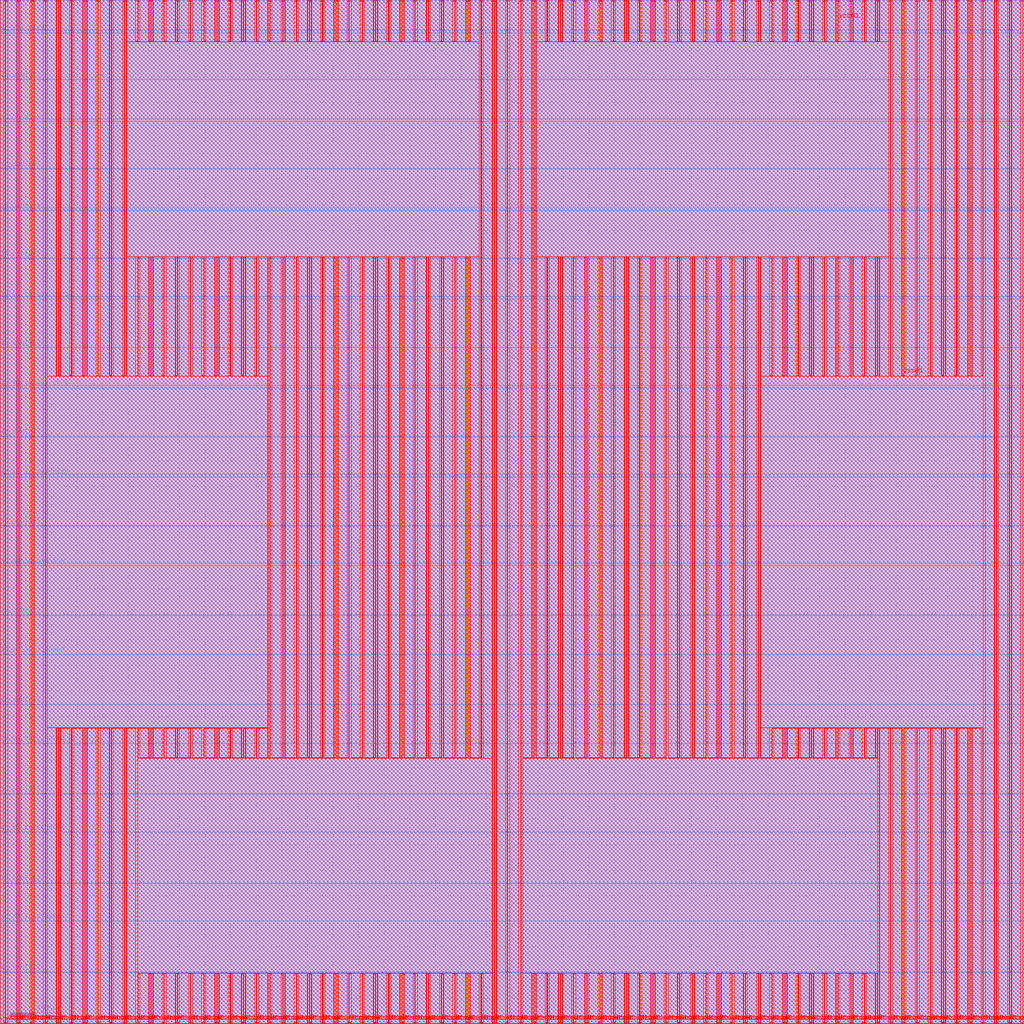
<source format=lef>
###############################################################
#  Generated by:      Cadence Innovus 21.10-p004_1
#  OS:                Linux x86_64(Host ID UETLHR)
#  Generated on:      Wed Nov 23 18:34:10 2022
#  Design:            SoC_Tile
#  Command:           write_lef_abstract SoC_Tile.lef -top_layer met4 -stripe_pins -pg_pin_layers met4
###############################################################

VERSION 5.8 ;

BUSBITCHARS "[]" ;
DIVIDERCHAR "/" ;

MACRO SoC_Tile
  CLASS BLOCK ;
  SIZE 2000.080000 BY 2000.080000 ;
  FOREIGN SoC_Tile 0.000000 0.000000 ;
  ORIGIN 0 0 ;
  SYMMETRY X Y R90 ;
  PIN user_clock
    DIRECTION INPUT ;
    USE SIGNAL ;
    ANTENNAPARTIALMETALAREA 0.1666 LAYER met2  ;
    ANTENNAPARTIALMETALSIDEAREA 0.672 LAYER met2  ;
    ANTENNAPARTIALCUTAREA 0.04 LAYER via2  ;
    ANTENNAPARTIALMETALAREA 285.163 LAYER met3  ;
    ANTENNAPARTIALMETALSIDEAREA 1521.34 LAYER met3  ;
    ANTENNAPARTIALCUTAREA 0.04 LAYER via3  ;
    ANTENNAPARTIALMETALAREA 0.6516 LAYER met4  ;
    ANTENNAPARTIALMETALSIDEAREA 4.416 LAYER met4  ;
    ANTENNAMODEL OXIDE1 ;
    ANTENNAGATEAREA 0.2475 LAYER met4  ;
    ANTENNAMAXAREACAR 17.5527 LAYER met4  ;
    ANTENNAMAXSIDEAREACAR 98.9939 LAYER met4  ;
    ANTENNAMAXCUTCAR 0.530909 LAYER via4  ;
    PORT
      LAYER met2 ;
        RECT 1999.780000 0.000000 1999.920000 0.485000 ;
    END
  END user_clock
  PIN wb_clock
    DIRECTION INPUT ;
    USE SIGNAL ;
    ANTENNAPARTIALMETALAREA 0.1666 LAYER met2  ;
    ANTENNAPARTIALMETALSIDEAREA 0.672 LAYER met2  ;
    ANTENNAPARTIALCUTAREA 0.04 LAYER via2  ;
    ANTENNAPARTIALMETALAREA 302.344 LAYER met3  ;
    ANTENNAPARTIALMETALSIDEAREA 1612.97 LAYER met3  ;
    ANTENNAPARTIALCUTAREA 0.04 LAYER via3  ;
    ANTENNAPARTIALMETALAREA 0.3258 LAYER met4  ;
    ANTENNAPARTIALMETALSIDEAREA 2.208 LAYER met4  ;
    ANTENNAMODEL OXIDE1 ;
    ANTENNAGATEAREA 0.2475 LAYER met4  ;
    ANTENNAMAXAREACAR 30.9105 LAYER met4  ;
    ANTENNAMAXSIDEAREACAR 167.519 LAYER met4  ;
    ANTENNAMAXCUTCAR 0.530909 LAYER via4  ;
    PORT
      LAYER met2 ;
        RECT 0.160000 0.000000 0.300000 0.485000 ;
    END
  END wb_clock
  PIN clock_sel
    DIRECTION INPUT ;
    USE SIGNAL ;
    ANTENNAPARTIALMETALAREA 20.4744 LAYER met3  ;
    ANTENNAPARTIALMETALSIDEAREA 109.64 LAYER met3  ;
    ANTENNAPARTIALCUTAREA 0.04 LAYER via3  ;
    ANTENNADIFFAREA 0.4347 LAYER met4  ;
    ANTENNAPARTIALMETALAREA 146.368 LAYER met4  ;
    ANTENNAPARTIALMETALSIDEAREA 782.512 LAYER met4  ;
    ANTENNAMODEL OXIDE1 ;
    ANTENNAGATEAREA 0.7425 LAYER met4  ;
    ANTENNAMAXAREACAR 242.909 LAYER met4  ;
    ANTENNAMAXSIDEAREACAR 1291.42 LAYER met4  ;
    ANTENNAMAXCUTCAR 0.530909 LAYER via4  ;
    PORT
      LAYER met3 ;
        RECT 1999.280000 900.110000 2000.080000 900.410000 ;
    END
  END clock_sel
  PIN clk_muxed
    DIRECTION OUTPUT ;
    USE SIGNAL ;
    ANTENNADIFFAREA 4.5209 LAYER met3  ;
    ANTENNAPARTIALMETALAREA 2.5104 LAYER met3  ;
    ANTENNAPARTIALMETALSIDEAREA 13.384 LAYER met3  ;
    PORT
      LAYER met3 ;
        RECT 1999.280000 1073.350000 2000.080000 1073.650000 ;
    END
  END clk_muxed
  PIN reset
    DIRECTION INPUT ;
    USE SIGNAL ;
    ANTENNAPARTIALMETALAREA 17.8079 LAYER met2  ;
    ANTENNAPARTIALMETALSIDEAREA 88.5045 LAYER met2  ;
    ANTENNAMODEL OXIDE1 ;
    ANTENNAGATEAREA 1.7325 LAYER met2  ;
    ANTENNAMAXAREACAR 10.2787 LAYER met2  ;
    ANTENNAMAXSIDEAREACAR 51.0849 LAYER met2  ;
    ANTENNAPARTIALCUTAREA 0.04 LAYER via2  ;
    ANTENNAMAXCUTCAR 0.023088 LAYER via2  ;
    ANTENNAPARTIALMETALAREA 5.506 LAYER met3  ;
    ANTENNAPARTIALMETALSIDEAREA 29.832 LAYER met3  ;
    ANTENNAGATEAREA 1.7325 LAYER met3  ;
    ANTENNAMAXAREACAR 13.4568 LAYER met3  ;
    ANTENNAMAXSIDEAREACAR 68.3039 LAYER met3  ;
    ANTENNAPARTIALCUTAREA 0.04 LAYER via3  ;
    ANTENNAMAXCUTCAR 0.046176 LAYER via3  ;
    ANTENNAPARTIALMETALAREA 117.788 LAYER met4  ;
    ANTENNAPARTIALMETALSIDEAREA 628.672 LAYER met4  ;
    ANTENNAGATEAREA 1.8915 LAYER met4  ;
    ANTENNAMAXAREACAR 75.729 LAYER met4  ;
    ANTENNAMAXSIDEAREACAR 400.671 LAYER met4  ;
    ANTENNAMAXCUTCAR 0.046176 LAYER via4  ;
    PORT
      LAYER met2 ;
        RECT 1521.380000 1999.595000 1521.520000 2000.080000 ;
    END
  END reset
  PIN io_uart_tx
    DIRECTION OUTPUT ;
    USE SIGNAL ;
    ANTENNADIFFAREA 1.782 LAYER met3  ;
    ANTENNAPARTIALMETALAREA 76.071 LAYER met3  ;
    ANTENNAPARTIALMETALSIDEAREA 406.648 LAYER met3  ;
    PORT
      LAYER met3 ;
        RECT 0.000000 1762.040000 0.800000 1762.340000 ;
    END
  END io_uart_tx
  PIN io_uart_rx
    DIRECTION INPUT ;
    USE SIGNAL ;
    ANTENNAPARTIALMETALAREA 20.7766 LAYER met3  ;
    ANTENNAPARTIALMETALSIDEAREA 110.8 LAYER met3  ;
    ANTENNAPARTIALCUTAREA 0.04 LAYER via3  ;
    ANTENNAPARTIALMETALAREA 0.6516 LAYER met4  ;
    ANTENNAPARTIALMETALSIDEAREA 4.416 LAYER met4  ;
    ANTENNAMODEL OXIDE1 ;
    ANTENNAGATEAREA 0.126 LAYER met4  ;
    ANTENNAMAXAREACAR 23.8119 LAYER met4  ;
    ANTENNAMAXSIDEAREACAR 118.73 LAYER met4  ;
    ANTENNAMAXCUTCAR 1.04286 LAYER via4  ;
    PORT
      LAYER met3 ;
        RECT 0.000000 1588.190000 0.800000 1588.490000 ;
    END
  END io_uart_rx
  PIN io_spi_cs
    DIRECTION OUTPUT ;
    USE SIGNAL ;
    ANTENNAPARTIALMETALAREA 74.8488 LAYER met2  ;
    ANTENNAPARTIALMETALSIDEAREA 373.772 LAYER met2  ;
    ANTENNAPARTIALCUTAREA 0.04 LAYER via2  ;
    ANTENNADIFFAREA 1.782 LAYER met3  ;
    ANTENNAPARTIALMETALAREA 45.0138 LAYER met3  ;
    ANTENNAPARTIALMETALSIDEAREA 240.544 LAYER met3  ;
    PORT
      LAYER met2 ;
        RECT 341.940000 1999.595000 342.080000 2000.080000 ;
    END
  END io_spi_cs
  PIN io_spi_clk
    DIRECTION OUTPUT ;
    USE SIGNAL ;
    ANTENNADIFFAREA 1.782 LAYER met2  ;
    ANTENNAPARTIALMETALAREA 62.6847 LAYER met2  ;
    ANTENNAPARTIALMETALSIDEAREA 313.198 LAYER met2  ;
    PORT
      LAYER met2 ;
        RECT 212.680000 1999.595000 212.820000 2000.080000 ;
    END
  END io_spi_clk
  PIN io_spi_mosi
    DIRECTION OUTPUT ;
    USE SIGNAL ;
    ANTENNADIFFAREA 1.782 LAYER met2  ;
    ANTENNAPARTIALMETALAREA 0.6635 LAYER met2  ;
    ANTENNAPARTIALMETALSIDEAREA 3.2095 LAYER met2  ;
    PORT
      LAYER met2 ;
        RECT 82.500000 1999.595000 82.640000 2000.080000 ;
    END
  END io_spi_mosi
  PIN io_spi_miso
    DIRECTION INPUT ;
    USE SIGNAL ;
    ANTENNAPARTIALMETALAREA 20.5936 LAYER met3  ;
    ANTENNAPARTIALMETALSIDEAREA 109.824 LAYER met3  ;
    ANTENNAPARTIALCUTAREA 0.04 LAYER via3  ;
    ANTENNAPARTIALMETALAREA 0.6516 LAYER met4  ;
    ANTENNAPARTIALMETALSIDEAREA 4.416 LAYER met4  ;
    ANTENNAMODEL OXIDE1 ;
    ANTENNAGATEAREA 0.1965 LAYER met4  ;
    ANTENNAMAXAREACAR 45.4382 LAYER met4  ;
    ANTENNAMAXSIDEAREACAR 232.361 LAYER met4  ;
    ANTENNAMAXCUTCAR 0.668702 LAYER via4  ;
    PORT
      LAYER met3 ;
        RECT 0.000000 1935.280000 0.800000 1935.580000 ;
    END
  END io_spi_miso
  PIN io_m1_io_qei_ch_a
    DIRECTION INPUT ;
    USE SIGNAL ;
    ANTENNAPARTIALMETALAREA 3.2004 LAYER met3  ;
    ANTENNAPARTIALMETALSIDEAREA 17.064 LAYER met3  ;
    ANTENNAMODEL OXIDE1 ;
    ANTENNAGATEAREA 0.126 LAYER met3  ;
    ANTENNAMAXAREACAR 30.1706 LAYER met3  ;
    ANTENNAMAXSIDEAREACAR 147.591 LAYER met3  ;
    ANTENNAMAXCUTCAR 0.725397 LAYER via3  ;
    PORT
      LAYER met3 ;
        RECT 1999.280000 1246.590000 2000.080000 1246.890000 ;
    END
  END io_m1_io_qei_ch_a
  PIN io_m1_io_qei_ch_b
    DIRECTION INPUT ;
    USE SIGNAL ;
    ANTENNAPARTIALMETALAREA 0.1644 LAYER met3  ;
    ANTENNAPARTIALMETALSIDEAREA 0.872 LAYER met3  ;
    ANTENNAMODEL OXIDE1 ;
    ANTENNAGATEAREA 0.1965 LAYER met3  ;
    ANTENNAMAXAREACAR 3.38422 LAYER met3  ;
    ANTENNAMAXSIDEAREACAR 13.8601 LAYER met3  ;
    ANTENNAMAXCUTCAR 0.46514 LAYER via3  ;
    PORT
      LAYER met3 ;
        RECT 1999.280000 1420.440000 2000.080000 1420.740000 ;
    END
  END io_m1_io_qei_ch_b
  PIN io_m1_io_pwm_high
    DIRECTION OUTPUT ;
    USE SIGNAL ;
    ANTENNADIFFAREA 1.782 LAYER met3  ;
    ANTENNAPARTIALMETALAREA 4.9944 LAYER met3  ;
    ANTENNAPARTIALMETALSIDEAREA 26.632 LAYER met3  ;
    PORT
      LAYER met3 ;
        RECT 1999.280000 1593.680000 2000.080000 1593.980000 ;
    END
  END io_m1_io_pwm_high
  PIN io_m1_io_pwm_low
    DIRECTION OUTPUT ;
    USE SIGNAL ;
    ANTENNADIFFAREA 1.782 LAYER met3  ;
    ANTENNAPARTIALMETALAREA 5.6844 LAYER met3  ;
    ANTENNAPARTIALMETALSIDEAREA 30.312 LAYER met3  ;
    PORT
      LAYER met3 ;
        RECT 1999.280000 1766.920000 2000.080000 1767.220000 ;
    END
  END io_m1_io_pwm_low
  PIN io_m1_io_x_homed
    DIRECTION INPUT ;
    USE SIGNAL ;
    ANTENNAPARTIALMETALAREA 0.5784 LAYER met3  ;
    ANTENNAPARTIALMETALSIDEAREA 3.08 LAYER met3  ;
    ANTENNAMODEL OXIDE1 ;
    ANTENNAGATEAREA 0.213 LAYER met3  ;
    ANTENNAMAXAREACAR 18.454 LAYER met3  ;
    ANTENNAMAXSIDEAREACAR 90.2911 LAYER met3  ;
    ANTENNAMAXCUTCAR 0.429108 LAYER via3  ;
    PORT
      LAYER met3 ;
        RECT 1999.280000 1940.770000 2000.080000 1941.070000 ;
    END
  END io_m1_io_x_homed
  PIN io_m1_io_y_homed
    DIRECTION INPUT ;
    USE SIGNAL ;
    ANTENNAPARTIALMETALAREA 10.2647 LAYER met2  ;
    ANTENNAPARTIALMETALSIDEAREA 51.2155 LAYER met2  ;
    ANTENNAMODEL OXIDE1 ;
    ANTENNAGATEAREA 0.1965 LAYER met2  ;
    ANTENNAMAXAREACAR 53.2824 LAYER met2  ;
    ANTENNAMAXSIDEAREACAR 263.417 LAYER met2  ;
    ANTENNAMAXCUTCAR 0.261578 LAYER via2  ;
    PORT
      LAYER met2 ;
        RECT 1913.760000 1999.595000 1913.900000 2000.080000 ;
    END
  END io_m1_io_y_homed
  PIN io_m1_io_step1dir
    DIRECTION OUTPUT ;
    USE SIGNAL ;
    ANTENNAPARTIALMETALAREA 86.4766 LAYER met2  ;
    ANTENNAPARTIALMETALSIDEAREA 432.222 LAYER met2  ;
    ANTENNAPARTIALCUTAREA 0.04 LAYER via2  ;
    ANTENNAPARTIALMETALAREA 133.57 LAYER met3  ;
    ANTENNAPARTIALMETALSIDEAREA 712.84 LAYER met3  ;
    ANTENNAPARTIALCUTAREA 0.04 LAYER via3  ;
    ANTENNADIFFAREA 1.782 LAYER met4  ;
    ANTENNAPARTIALMETALAREA 24.2748 LAYER met4  ;
    ANTENNAPARTIALMETALSIDEAREA 129.936 LAYER met4  ;
    PORT
      LAYER met2 ;
        RECT 1782.660000 1999.595000 1782.800000 2000.080000 ;
    END
  END io_m1_io_step1dir
  PIN io_m1_io_step2dir
    DIRECTION OUTPUT ;
    USE SIGNAL ;
    ANTENNAPARTIALMETALAREA 11.1538 LAYER met2  ;
    ANTENNAPARTIALMETALSIDEAREA 55.608 LAYER met2  ;
    ANTENNAPARTIALCUTAREA 0.04 LAYER via2  ;
    ANTENNADIFFAREA 1.782 LAYER met3  ;
    ANTENNAPARTIALMETALAREA 156.496 LAYER met3  ;
    ANTENNAPARTIALMETALSIDEAREA 835.584 LAYER met3  ;
    PORT
      LAYER met2 ;
        RECT 1652.020000 1999.595000 1652.160000 2000.080000 ;
    END
  END io_m1_io_step2dir
  PIN io_m2_io_qei_ch_a
    DIRECTION INPUT ;
    USE SIGNAL ;
    ANTENNAPARTIALMETALAREA 0.6159 LAYER met2  ;
    ANTENNAPARTIALMETALSIDEAREA 2.9715 LAYER met2  ;
    ANTENNAMODEL OXIDE1 ;
    ANTENNAGATEAREA 0.126 LAYER met2  ;
    ANTENNAMAXAREACAR 9.67222 LAYER met2  ;
    ANTENNAMAXSIDEAREACAR 36.6349 LAYER met2  ;
    ANTENNAMAXCUTCAR 0.407937 LAYER via2  ;
    PORT
      LAYER met2 ;
        RECT 1390.280000 1999.595000 1390.420000 2000.080000 ;
    END
  END io_m2_io_qei_ch_a
  PIN io_m2_io_qei_ch_b
    DIRECTION INPUT ;
    USE SIGNAL ;
    ANTENNAPARTIALMETALAREA 0.7447 LAYER met2  ;
    ANTENNAPARTIALMETALSIDEAREA 3.6155 LAYER met2  ;
    ANTENNAMODEL OXIDE1 ;
    ANTENNAGATEAREA 0.126 LAYER met2  ;
    ANTENNAMAXAREACAR 8.97063 LAYER met2  ;
    ANTENNAMAXSIDEAREACAR 33.6627 LAYER met2  ;
    ANTENNAMAXCUTCAR 0.407937 LAYER via2  ;
    PORT
      LAYER met2 ;
        RECT 1259.640000 1999.595000 1259.780000 2000.080000 ;
    END
  END io_m2_io_qei_ch_b
  PIN io_m2_io_pwm_high
    DIRECTION OUTPUT ;
    USE SIGNAL ;
    ANTENNAPARTIALMETALAREA 84.414 LAYER met2  ;
    ANTENNAPARTIALMETALSIDEAREA 421.673 LAYER met2  ;
    ANTENNAPARTIALCUTAREA 0.04 LAYER via2  ;
    ANTENNADIFFAREA 1.782 LAYER met3  ;
    ANTENNAPARTIALMETALAREA 66.1638 LAYER met3  ;
    ANTENNAPARTIALMETALSIDEAREA 353.344 LAYER met3  ;
    PORT
      LAYER met2 ;
        RECT 1129.000000 1999.595000 1129.140000 2000.080000 ;
    END
  END io_m2_io_pwm_high
  PIN io_m2_io_pwm_low
    DIRECTION OUTPUT ;
    USE SIGNAL ;
    ANTENNAPARTIALMETALAREA 60.9854 LAYER met2  ;
    ANTENNAPARTIALMETALSIDEAREA 304.766 LAYER met2  ;
    ANTENNAPARTIALCUTAREA 0.04 LAYER via2  ;
    ANTENNAPARTIALMETALAREA 2.401 LAYER met3  ;
    ANTENNAPARTIALMETALSIDEAREA 13.272 LAYER met3  ;
    ANTENNAPARTIALCUTAREA 0.04 LAYER via3  ;
    ANTENNADIFFAREA 1.782 LAYER met4  ;
    ANTENNAPARTIALMETALAREA 29.5818 LAYER met4  ;
    ANTENNAPARTIALMETALSIDEAREA 158.24 LAYER met4  ;
    PORT
      LAYER met2 ;
        RECT 997.900000 1999.595000 998.040000 2000.080000 ;
    END
  END io_m2_io_pwm_low
  PIN io_m2_io_x_homed
    DIRECTION INPUT ;
    USE SIGNAL ;
    ANTENNAPARTIALMETALAREA 6.5043 LAYER met2  ;
    ANTENNAPARTIALMETALSIDEAREA 32.4135 LAYER met2  ;
    ANTENNAMODEL OXIDE1 ;
    ANTENNAGATEAREA 0.126 LAYER met2  ;
    ANTENNAMAXAREACAR 54.6817 LAYER met2  ;
    ANTENNAMAXSIDEAREACAR 262.218 LAYER met2  ;
    ANTENNAMAXCUTCAR 0.407937 LAYER via2  ;
    PORT
      LAYER met2 ;
        RECT 867.260000 1999.595000 867.400000 2000.080000 ;
    END
  END io_m2_io_x_homed
  PIN io_m2_io_y_homed
    DIRECTION INPUT ;
    USE SIGNAL ;
    ANTENNAPARTIALMETALAREA 3.0771 LAYER met2  ;
    ANTENNAPARTIALMETALSIDEAREA 15.2775 LAYER met2  ;
    ANTENNAMODEL OXIDE1 ;
    ANTENNAGATEAREA 0.213 LAYER met2  ;
    ANTENNAMAXAREACAR 16.0087 LAYER met2  ;
    ANTENNAMAXSIDEAREACAR 77.5258 LAYER met2  ;
    ANTENNAMAXCUTCAR 0.241315 LAYER via2  ;
    PORT
      LAYER met2 ;
        RECT 736.160000 1999.595000 736.300000 2000.080000 ;
    END
  END io_m2_io_y_homed
  PIN io_m2_io_step1dir
    DIRECTION OUTPUT ;
    USE SIGNAL ;
    ANTENNAPARTIALMETALAREA 31.1694 LAYER met2  ;
    ANTENNAPARTIALMETALSIDEAREA 155.568 LAYER met2  ;
    ANTENNAPARTIALCUTAREA 0.04 LAYER via2  ;
    ANTENNAPARTIALMETALAREA 0.2509 LAYER met3  ;
    ANTENNAPARTIALMETALSIDEAREA 1.808 LAYER met3  ;
    ANTENNAPARTIALCUTAREA 0.04 LAYER via3  ;
    ANTENNADIFFAREA 1.782 LAYER met4  ;
    ANTENNAPARTIALMETALAREA 104.66 LAYER met4  ;
    ANTENNAPARTIALMETALSIDEAREA 558.656 LAYER met4  ;
    PORT
      LAYER met2 ;
        RECT 605.520000 1999.595000 605.660000 2000.080000 ;
    END
  END io_m2_io_step1dir
  PIN io_m2_io_step2dir
    DIRECTION OUTPUT ;
    USE SIGNAL ;
    ANTENNAPARTIALMETALAREA 81.2458 LAYER met2  ;
    ANTENNAPARTIALMETALSIDEAREA 405.832 LAYER met2  ;
    ANTENNAPARTIALCUTAREA 0.04 LAYER via2  ;
    ANTENNADIFFAREA 1.782 LAYER met3  ;
    ANTENNAPARTIALMETALAREA 68.6088 LAYER met3  ;
    ANTENNAPARTIALMETALSIDEAREA 366.384 LAYER met3  ;
    PORT
      LAYER met2 ;
        RECT 474.880000 1999.595000 475.020000 2000.080000 ;
    END
  END io_m2_io_step2dir
  PIN io_m3_io_qei_ch_a
    DIRECTION INPUT ;
    USE SIGNAL ;
    ANTENNAPARTIALMETALAREA 20.7766 LAYER met3  ;
    ANTENNAPARTIALMETALSIDEAREA 110.8 LAYER met3  ;
    ANTENNAPARTIALCUTAREA 0.04 LAYER via3  ;
    ANTENNAPARTIALMETALAREA 0.6516 LAYER met4  ;
    ANTENNAPARTIALMETALSIDEAREA 4.416 LAYER met4  ;
    ANTENNAMODEL OXIDE1 ;
    ANTENNAGATEAREA 0.1965 LAYER met4  ;
    ANTENNAMAXAREACAR 62.2417 LAYER met4  ;
    ANTENNAMAXSIDEAREACAR 316.379 LAYER met4  ;
    ANTENNAMAXCUTCAR 0.668702 LAYER via4  ;
    PORT
      LAYER met3 ;
        RECT 0.000000 1414.950000 0.800000 1415.250000 ;
    END
  END io_m3_io_qei_ch_a
  PIN io_m3_io_qei_ch_b
    DIRECTION INPUT ;
    USE SIGNAL ;
    ANTENNAPARTIALMETALAREA 0.4404 LAYER met3  ;
    ANTENNAPARTIALMETALSIDEAREA 2.344 LAYER met3  ;
    ANTENNAMODEL OXIDE1 ;
    ANTENNAGATEAREA 0.1965 LAYER met3  ;
    ANTENNAMAXAREACAR 8.75572 LAYER met3  ;
    ANTENNAMAXSIDEAREACAR 40.7583 LAYER met3  ;
    ANTENNAMAXCUTCAR 0.46514 LAYER via3  ;
    PORT
      LAYER met3 ;
        RECT 0.000000 1241.710000 0.800000 1242.010000 ;
    END
  END io_m3_io_qei_ch_b
  PIN io_m3_io_pwm_high
    DIRECTION OUTPUT ;
    USE SIGNAL ;
    ANTENNADIFFAREA 1.782 LAYER met3  ;
    ANTENNAPARTIALMETALAREA 6.6504 LAYER met3  ;
    ANTENNAPARTIALMETALSIDEAREA 35.464 LAYER met3  ;
    PORT
      LAYER met3 ;
        RECT 0.000000 1067.860000 0.800000 1068.160000 ;
    END
  END io_m3_io_pwm_high
  PIN io_m3_io_pwm_low
    DIRECTION OUTPUT ;
    USE SIGNAL ;
    ANTENNADIFFAREA 1.782 LAYER met3  ;
    ANTENNAPARTIALMETALAREA 6.4644 LAYER met3  ;
    ANTENNAPARTIALMETALSIDEAREA 34.472 LAYER met3  ;
    PORT
      LAYER met3 ;
        RECT 0.000000 894.620000 0.800000 894.920000 ;
    END
  END io_m3_io_pwm_low
  PIN io_m3_io_x_homed
    DIRECTION INPUT ;
    USE SIGNAL ;
    ANTENNAPARTIALMETALAREA 4.6704 LAYER met3  ;
    ANTENNAPARTIALMETALSIDEAREA 24.904 LAYER met3  ;
    ANTENNAMODEL OXIDE1 ;
    ANTENNAGATEAREA 0.126 LAYER met3  ;
    ANTENNAMAXAREACAR 60.4262 LAYER met3  ;
    ANTENNAMAXSIDEAREACAR 299.663 LAYER met3  ;
    ANTENNAMAXCUTCAR 0.725397 LAYER via3  ;
    PORT
      LAYER met3 ;
        RECT 0.000000 721.380000 0.800000 721.680000 ;
    END
  END io_m3_io_x_homed
  PIN io_m3_io_y_homed
    DIRECTION INPUT ;
    USE SIGNAL ;
    ANTENNAPARTIALMETALAREA 1.4064 LAYER met3  ;
    ANTENNAPARTIALMETALSIDEAREA 7.496 LAYER met3  ;
    ANTENNAMODEL OXIDE1 ;
    ANTENNAGATEAREA 0.1965 LAYER met3  ;
    ANTENNAMAXAREACAR 13.0509 LAYER met3  ;
    ANTENNAMAXSIDEAREACAR 64.2163 LAYER met3  ;
    ANTENNAMAXCUTCAR 0.46514 LAYER via3  ;
    PORT
      LAYER met3 ;
        RECT 0.000000 547.530000 0.800000 547.830000 ;
    END
  END io_m3_io_y_homed
  PIN io_m3_io_step1dir
    DIRECTION OUTPUT ;
    USE SIGNAL ;
    ANTENNAPARTIALMETALAREA 8.1544 LAYER met3  ;
    ANTENNAPARTIALMETALSIDEAREA 43.952 LAYER met3  ;
    ANTENNAPARTIALCUTAREA 0.04 LAYER via3  ;
    ANTENNADIFFAREA 1.782 LAYER met4  ;
    ANTENNAPARTIALMETALAREA 64.2408 LAYER met4  ;
    ANTENNAPARTIALMETALSIDEAREA 343.088 LAYER met4  ;
    PORT
      LAYER met3 ;
        RECT 0.000000 374.290000 0.800000 374.590000 ;
    END
  END io_m3_io_step1dir
  PIN io_m3_io_step2dir
    DIRECTION OUTPUT ;
    USE SIGNAL ;
    ANTENNAPARTIALMETALAREA 6.9054 LAYER met3  ;
    ANTENNAPARTIALMETALSIDEAREA 37.272 LAYER met3  ;
    ANTENNAPARTIALCUTAREA 0.04 LAYER via3  ;
    ANTENNADIFFAREA 1.782 LAYER met4  ;
    ANTENNAPARTIALMETALAREA 65.0838 LAYER met4  ;
    ANTENNAPARTIALMETALSIDEAREA 347.584 LAYER met4  ;
    PORT
      LAYER met3 ;
        RECT 0.000000 200.440000 0.800000 200.740000 ;
    END
  END io_m3_io_step2dir
  PIN io_oeb[37]
    DIRECTION OUTPUT ;
    USE SIGNAL ;
    ANTENNADIFFAREA 1.782 LAYER met3  ;
    ANTENNAPARTIALMETALAREA 19.929 LAYER met3  ;
    ANTENNAPARTIALMETALSIDEAREA 108.184 LAYER met3  ;
    PORT
      LAYER met3 ;
        RECT 0.000000 100.400000 0.800000 100.700000 ;
    END
  END io_oeb[37]
  PIN io_oeb[36]
    DIRECTION OUTPUT ;
    USE SIGNAL ;
    ANTENNADIFFAREA 1.782 LAYER met3  ;
    ANTENNAPARTIALMETALAREA 19.809 LAYER met3  ;
    ANTENNAPARTIALMETALSIDEAREA 107.064 LAYER met3  ;
    PORT
      LAYER met3 ;
        RECT 0.000000 274.250000 0.800000 274.550000 ;
    END
  END io_oeb[36]
  PIN io_oeb[35]
    DIRECTION OUTPUT ;
    USE SIGNAL ;
    ANTENNAPARTIALMETALAREA 1.5444 LAYER met3  ;
    ANTENNAPARTIALMETALSIDEAREA 8.232 LAYER met3  ;
    PORT
      LAYER met3 ;
        RECT 0.000000 448.710000 0.800000 449.010000 ;
    END
  END io_oeb[35]
  PIN io_oeb[34]
    DIRECTION OUTPUT ;
    USE SIGNAL ;
    ANTENNAPARTIALMETALAREA 1.5444 LAYER met3  ;
    ANTENNAPARTIALMETALSIDEAREA 8.232 LAYER met3  ;
    PORT
      LAYER met3 ;
        RECT 0.000000 623.170000 0.800000 623.470000 ;
    END
  END io_oeb[34]
  PIN io_oeb[33]
    DIRECTION OUTPUT ;
    USE SIGNAL ;
    ANTENNADIFFAREA 1.782 LAYER met3  ;
    ANTENNAPARTIALMETALAREA 19.929 LAYER met3  ;
    ANTENNAPARTIALMETALSIDEAREA 108.184 LAYER met3  ;
    PORT
      LAYER met3 ;
        RECT 0.000000 797.630000 0.800000 797.930000 ;
    END
  END io_oeb[33]
  PIN io_oeb[32]
    DIRECTION OUTPUT ;
    USE SIGNAL ;
    ANTENNADIFFAREA 1.782 LAYER met3  ;
    ANTENNAPARTIALMETALAREA 1.4163 LAYER met3  ;
    ANTENNAPARTIALMETALSIDEAREA 7.544 LAYER met3  ;
    ANTENNAMODEL OXIDE1 ;
    ANTENNAGATEAREA 0.7425 LAYER met3  ;
    ANTENNAMAXAREACAR 2.56215 LAYER met3  ;
    ANTENNAMAXSIDEAREACAR 11.9576 LAYER met3  ;
    ANTENNAMAXCUTCAR 0.123098 LAYER via3  ;
    PORT
      LAYER met3 ;
        RECT 0.000000 972.090000 0.800000 972.390000 ;
    END
  END io_oeb[32]
  PIN io_oeb[31]
    DIRECTION OUTPUT ;
    USE SIGNAL ;
    ANTENNAPARTIALMETALAREA 1.5444 LAYER met3  ;
    ANTENNAPARTIALMETALSIDEAREA 8.232 LAYER met3  ;
    PORT
      LAYER met3 ;
        RECT 0.000000 1145.940000 0.800000 1146.240000 ;
    END
  END io_oeb[31]
  PIN io_oeb[30]
    DIRECTION OUTPUT ;
    USE SIGNAL ;
    ANTENNAPARTIALMETALAREA 1.5444 LAYER met3  ;
    ANTENNAPARTIALMETALSIDEAREA 8.232 LAYER met3  ;
    PORT
      LAYER met3 ;
        RECT 0.000000 1320.400000 0.800000 1320.700000 ;
    END
  END io_oeb[30]
  PIN io_oeb[29]
    DIRECTION OUTPUT ;
    USE SIGNAL ;
    ANTENNADIFFAREA 1.782 LAYER met3  ;
    ANTENNAPARTIALMETALAREA 1.4163 LAYER met3  ;
    ANTENNAPARTIALMETALSIDEAREA 7.544 LAYER met3  ;
    ANTENNAMODEL OXIDE1 ;
    ANTENNAGATEAREA 0.7425 LAYER met3  ;
    ANTENNAMAXAREACAR 2.51663 LAYER met3  ;
    ANTENNAMAXSIDEAREACAR 11.835 LAYER met3  ;
    ANTENNAMAXCUTCAR 0.123098 LAYER via3  ;
    PORT
      LAYER met3 ;
        RECT 0.000000 1494.860000 0.800000 1495.160000 ;
    END
  END io_oeb[29]
  PIN io_oeb[28]
    DIRECTION OUTPUT ;
    USE SIGNAL ;
    ANTENNAPARTIALMETALAREA 1.5444 LAYER met3  ;
    ANTENNAPARTIALMETALSIDEAREA 8.232 LAYER met3  ;
    PORT
      LAYER met3 ;
        RECT 0.000000 1669.320000 0.800000 1669.620000 ;
    END
  END io_oeb[28]
  PIN io_oeb[27]
    DIRECTION OUTPUT ;
    USE SIGNAL ;
    ANTENNAPARTIALMETALAREA 1.5444 LAYER met3  ;
    ANTENNAPARTIALMETALSIDEAREA 8.232 LAYER met3  ;
    PORT
      LAYER met3 ;
        RECT 0.000000 1843.780000 0.800000 1844.080000 ;
    END
  END io_oeb[27]
  PIN io_oeb[26]
    DIRECTION OUTPUT ;
    USE SIGNAL ;
    ANTENNADIFFAREA 2.673 LAYER met2  ;
    ANTENNAPARTIALMETALAREA 21.0473 LAYER met2  ;
    ANTENNAPARTIALMETALSIDEAREA 105.011 LAYER met2  ;
    ANTENNAMODEL OXIDE1 ;
    ANTENNAGATEAREA 0.7425 LAYER met2  ;
    ANTENNAMAXAREACAR 28.3465 LAYER met2  ;
    ANTENNAMAXSIDEAREACAR 141.428 LAYER met2  ;
    PORT
      LAYER met2 ;
        RECT 13.500000 1999.595000 13.640000 2000.080000 ;
    END
  END io_oeb[26]
  PIN io_oeb[25]
    DIRECTION OUTPUT ;
    USE SIGNAL ;
    ANTENNADIFFAREA 2.673 LAYER met2  ;
    ANTENNAPARTIALMETALAREA 21.0634 LAYER met2  ;
    ANTENNAPARTIALMETALSIDEAREA 105.189 LAYER met2  ;
    ANTENNAMODEL OXIDE1 ;
    ANTENNAGATEAREA 0.7425 LAYER met2  ;
    ANTENNAMAXAREACAR 29.3293 LAYER met2  ;
    ANTENNAMAXSIDEAREACAR 145.238 LAYER met2  ;
    ANTENNAMAXCUTCAR 0.0692256 LAYER via2  ;
    PORT
      LAYER met2 ;
        RECT 145.060000 1999.595000 145.200000 2000.080000 ;
    END
  END io_oeb[25]
  PIN io_oeb[24]
    DIRECTION OUTPUT ;
    USE SIGNAL ;
    ANTENNADIFFAREA 2.673 LAYER met2  ;
    ANTENNAPARTIALMETALAREA 0.4905 LAYER met2  ;
    ANTENNAPARTIALMETALSIDEAREA 2.3345 LAYER met2  ;
    ANTENNAMODEL OXIDE1 ;
    ANTENNAGATEAREA 0.99 LAYER met2  ;
    ANTENNAMAXAREACAR 0.495455 LAYER met2  ;
    ANTENNAMAXSIDEAREACAR 2.35808 LAYER met2  ;
    PORT
      LAYER met2 ;
        RECT 276.620000 1999.595000 276.760000 2000.080000 ;
    END
  END io_oeb[24]
  PIN io_oeb[23]
    DIRECTION OUTPUT ;
    USE SIGNAL ;
    ANTENNADIFFAREA 2.673 LAYER met2  ;
    ANTENNAPARTIALMETALAREA 0.5066 LAYER met2  ;
    ANTENNAPARTIALMETALSIDEAREA 2.513 LAYER met2  ;
    ANTENNAMODEL OXIDE1 ;
    ANTENNAGATEAREA 0.99 LAYER met2  ;
    ANTENNAMAXAREACAR 39.1291 LAYER met2  ;
    ANTENNAMAXSIDEAREACAR 194.178 LAYER met2  ;
    ANTENNAMAXCUTCAR 0.0746465 LAYER via2  ;
    PORT
      LAYER met2 ;
        RECT 408.180000 1999.595000 408.320000 2000.080000 ;
    END
  END io_oeb[23]
  PIN io_oeb[22]
    DIRECTION OUTPUT ;
    USE SIGNAL ;
    ANTENNADIFFAREA 1.782 LAYER met2  ;
    ANTENNAPARTIALMETALAREA 0.2351 LAYER met2  ;
    ANTENNAPARTIALMETALSIDEAREA 1.0675 LAYER met2  ;
    ANTENNAMODEL OXIDE1 ;
    ANTENNAGATEAREA 0.99 LAYER met2  ;
    ANTENNAMAXAREACAR 56.7146 LAYER met2  ;
    ANTENNAMAXSIDEAREACAR 282.194 LAYER met2  ;
    ANTENNAMAXCUTCAR 0.0519192 LAYER via2  ;
    PORT
      LAYER met2 ;
        RECT 539.740000 1999.595000 539.880000 2000.080000 ;
    END
  END io_oeb[22]
  PIN io_oeb[21]
    DIRECTION OUTPUT ;
    USE SIGNAL ;
    ANTENNAPARTIALMETALAREA 0.1399 LAYER met2  ;
    ANTENNAPARTIALMETALSIDEAREA 0.5915 LAYER met2  ;
    PORT
      LAYER met2 ;
        RECT 670.840000 1999.595000 670.980000 2000.080000 ;
    END
  END io_oeb[21]
  PIN io_oeb[20]
    DIRECTION OUTPUT ;
    USE SIGNAL ;
    ANTENNAPARTIALMETALAREA 0.1399 LAYER met2  ;
    ANTENNAPARTIALMETALSIDEAREA 0.5915 LAYER met2  ;
    PORT
      LAYER met2 ;
        RECT 802.400000 1999.595000 802.540000 2000.080000 ;
    END
  END io_oeb[20]
  PIN io_oeb[19]
    DIRECTION OUTPUT ;
    USE SIGNAL ;
    ANTENNADIFFAREA 2.673 LAYER met2  ;
    ANTENNAPARTIALMETALAREA 13.1712 LAYER met2  ;
    ANTENNAPARTIALMETALSIDEAREA 65.492 LAYER met2  ;
    ANTENNAMODEL OXIDE1 ;
    ANTENNAGATEAREA 0.7425 LAYER met2  ;
    ANTENNAMAXAREACAR 18.1473 LAYER met2  ;
    ANTENNAMAXSIDEAREACAR 89.1017 LAYER met2  ;
    ANTENNAMAXCUTCAR 0.0692256 LAYER via2  ;
    PORT
      LAYER met2 ;
        RECT 933.960000 1999.595000 934.100000 2000.080000 ;
    END
  END io_oeb[19]
  PIN io_oeb[18]
    DIRECTION OUTPUT ;
    USE SIGNAL ;
    ANTENNADIFFAREA 2.673 LAYER met2  ;
    ANTENNAPARTIALMETALAREA 13.1712 LAYER met2  ;
    ANTENNAPARTIALMETALSIDEAREA 65.492 LAYER met2  ;
    ANTENNAMODEL OXIDE1 ;
    ANTENNAGATEAREA 0.7425 LAYER met2  ;
    ANTENNAMAXAREACAR 17.739 LAYER met2  ;
    ANTENNAMAXSIDEAREACAR 88.2047 LAYER met2  ;
    PORT
      LAYER met2 ;
        RECT 1064.140000 1999.595000 1064.280000 2000.080000 ;
    END
  END io_oeb[18]
  PIN io_oeb[17]
    DIRECTION OUTPUT ;
    USE SIGNAL ;
    ANTENNAPARTIALMETALAREA 0.2043 LAYER met2  ;
    ANTENNAPARTIALMETALSIDEAREA 0.9135 LAYER met2  ;
    PORT
      LAYER met2 ;
        RECT 1197.080000 1999.595000 1197.220000 2000.080000 ;
    END
  END io_oeb[17]
  PIN io_oeb[16]
    DIRECTION OUTPUT ;
    USE SIGNAL ;
    ANTENNAPARTIALMETALAREA 0.1399 LAYER met2  ;
    ANTENNAPARTIALMETALSIDEAREA 0.5915 LAYER met2  ;
    PORT
      LAYER met2 ;
        RECT 1328.640000 1999.595000 1328.780000 2000.080000 ;
    END
  END io_oeb[16]
  PIN io_oeb[15]
    DIRECTION OUTPUT ;
    USE SIGNAL ;
    ANTENNAPARTIALMETALAREA 0.2106 LAYER met2  ;
    ANTENNAPARTIALMETALSIDEAREA 0.945 LAYER met2  ;
    PORT
      LAYER met2 ;
        RECT 1459.740000 1999.595000 1459.880000 2000.080000 ;
    END
  END io_oeb[15]
  PIN io_oeb[14]
    DIRECTION OUTPUT ;
    USE SIGNAL ;
    ANTENNAPARTIALMETALAREA 17.8079 LAYER met2  ;
    ANTENNAPARTIALMETALSIDEAREA 88.5045 LAYER met2  ;
    ANTENNAMODEL OXIDE1 ;
    ANTENNAGATEAREA 1.7325 LAYER met2  ;
    ANTENNAMAXAREACAR 10.2787 LAYER met2  ;
    ANTENNAMAXSIDEAREACAR 51.0849 LAYER met2  ;
    ANTENNAPARTIALCUTAREA 0.04 LAYER via2  ;
    ANTENNAMAXCUTCAR 0.023088 LAYER via2  ;
    ANTENNAPARTIALMETALAREA 5.506 LAYER met3  ;
    ANTENNAPARTIALMETALSIDEAREA 29.832 LAYER met3  ;
    ANTENNAGATEAREA 1.7325 LAYER met3  ;
    ANTENNAMAXAREACAR 13.4568 LAYER met3  ;
    ANTENNAMAXSIDEAREACAR 68.3039 LAYER met3  ;
    ANTENNAPARTIALCUTAREA 0.04 LAYER via3  ;
    ANTENNAMAXCUTCAR 0.046176 LAYER via3  ;
    ANTENNAPARTIALMETALAREA 117.788 LAYER met4  ;
    ANTENNAPARTIALMETALSIDEAREA 628.672 LAYER met4  ;
    ANTENNAGATEAREA 1.8915 LAYER met4  ;
    ANTENNAMAXAREACAR 75.729 LAYER met4  ;
    ANTENNAMAXSIDEAREACAR 400.671 LAYER met4  ;
    ANTENNAMAXCUTCAR 0.046176 LAYER via4  ;
    PORT
      LAYER met2 ;
        RECT 1591.300000 1999.595000 1591.440000 2000.080000 ;
    END
  END io_oeb[14]
  PIN io_oeb[13]
    DIRECTION OUTPUT ;
    USE SIGNAL ;
    ANTENNAPARTIALMETALAREA 17.8079 LAYER met2  ;
    ANTENNAPARTIALMETALSIDEAREA 88.5045 LAYER met2  ;
    ANTENNAMODEL OXIDE1 ;
    ANTENNAGATEAREA 1.7325 LAYER met2  ;
    ANTENNAMAXAREACAR 13.1997 LAYER met2  ;
    ANTENNAMAXSIDEAREACAR 64.3084 LAYER met2  ;
    ANTENNAPARTIALCUTAREA 0.04 LAYER via2  ;
    ANTENNAMAXCUTCAR 0.122617 LAYER via2  ;
    ANTENNAPARTIALMETALAREA 5.506 LAYER met3  ;
    ANTENNAPARTIALMETALSIDEAREA 29.832 LAYER met3  ;
    ANTENNAGATEAREA 1.7325 LAYER met3  ;
    ANTENNAMAXAREACAR 16.3777 LAYER met3  ;
    ANTENNAMAXSIDEAREACAR 81.5275 LAYER met3  ;
    ANTENNAPARTIALCUTAREA 0.04 LAYER via3  ;
    ANTENNAMAXCUTCAR 0.145705 LAYER via3  ;
    ANTENNAPARTIALMETALAREA 117.788 LAYER met4  ;
    ANTENNAPARTIALMETALSIDEAREA 628.672 LAYER met4  ;
    ANTENNAGATEAREA 1.8915 LAYER met4  ;
    ANTENNAMAXAREACAR 78.6499 LAYER met4  ;
    ANTENNAMAXSIDEAREACAR 413.894 LAYER met4  ;
    ANTENNAMAXCUTCAR 0.826415 LAYER via4  ;
    PORT
      LAYER met2 ;
        RECT 1722.860000 1999.595000 1723.000000 2000.080000 ;
    END
  END io_oeb[13]
  PIN io_oeb[12]
    DIRECTION OUTPUT ;
    USE SIGNAL ;
    ANTENNAPARTIALMETALAREA 0.1399 LAYER met2  ;
    ANTENNAPARTIALMETALSIDEAREA 0.5915 LAYER met2  ;
    PORT
      LAYER met2 ;
        RECT 1854.420000 1999.595000 1854.560000 2000.080000 ;
    END
  END io_oeb[12]
  PIN io_oeb[11]
    DIRECTION OUTPUT ;
    USE SIGNAL ;
    ANTENNAPARTIALMETALAREA 0.1399 LAYER met2  ;
    ANTENNAPARTIALMETALSIDEAREA 0.5915 LAYER met2  ;
    PORT
      LAYER met2 ;
        RECT 1985.980000 1999.595000 1986.120000 2000.080000 ;
    END
  END io_oeb[11]
  PIN io_oeb[10]
    DIRECTION OUTPUT ;
    USE SIGNAL ;
    ANTENNADIFFAREA 1.782 LAYER met3  ;
    ANTENNAPARTIALMETALAREA 11.8572 LAYER met3  ;
    ANTENNAPARTIALMETALSIDEAREA 64.664 LAYER met3  ;
    PORT
      LAYER met3 ;
        RECT 1999.280000 1844.390000 2000.080000 1844.690000 ;
    END
  END io_oeb[10]
  PIN io_oeb[9]
    DIRECTION OUTPUT ;
    USE SIGNAL ;
    ANTENNADIFFAREA 1.782 LAYER met3  ;
    ANTENNAPARTIALMETALAREA 11.7372 LAYER met3  ;
    ANTENNAPARTIALMETALSIDEAREA 63.544 LAYER met3  ;
    PORT
      LAYER met3 ;
        RECT 1999.280000 1669.930000 2000.080000 1670.230000 ;
    END
  END io_oeb[9]
  PIN io_oeb[8]
    DIRECTION OUTPUT ;
    USE SIGNAL ;
    ANTENNAPARTIALMETALAREA 0.8544 LAYER met3  ;
    ANTENNAPARTIALMETALSIDEAREA 4.552 LAYER met3  ;
    PORT
      LAYER met3 ;
        RECT 1999.280000 1495.470000 2000.080000 1495.770000 ;
    END
  END io_oeb[8]
  PIN io_oeb[7]
    DIRECTION OUTPUT ;
    USE SIGNAL ;
    ANTENNAPARTIALMETALAREA 1.1304 LAYER met3  ;
    ANTENNAPARTIALMETALSIDEAREA 6.024 LAYER met3  ;
    PORT
      LAYER met3 ;
        RECT 1999.280000 1321.010000 2000.080000 1321.310000 ;
    END
  END io_oeb[7]
  PIN io_oeb[6]
    DIRECTION OUTPUT ;
    USE SIGNAL ;
    ANTENNADIFFAREA 1.782 LAYER met3  ;
    ANTENNAPARTIALMETALAREA 11.8572 LAYER met3  ;
    ANTENNAPARTIALMETALSIDEAREA 64.664 LAYER met3  ;
    PORT
      LAYER met3 ;
        RECT 1999.280000 1146.550000 2000.080000 1146.850000 ;
    END
  END io_oeb[6]
  PIN io_oeb[5]
    DIRECTION OUTPUT ;
    USE SIGNAL ;
    ANTENNAPARTIALMETALAREA 1.1304 LAYER met3  ;
    ANTENNAPARTIALMETALSIDEAREA 6.024 LAYER met3  ;
    PORT
      LAYER met3 ;
        RECT 1999.280000 972.700000 2000.080000 973.000000 ;
    END
  END io_oeb[5]
  PIN io_oeb[4]
    DIRECTION OUTPUT ;
    USE SIGNAL ;
    ANTENNAPARTIALMETALAREA 0.8544 LAYER met3  ;
    ANTENNAPARTIALMETALSIDEAREA 4.552 LAYER met3  ;
    PORT
      LAYER met3 ;
        RECT 1999.280000 798.240000 2000.080000 798.540000 ;
    END
  END io_oeb[4]
  PIN io_oeb[3]
    DIRECTION OUTPUT ;
    USE SIGNAL ;
    ANTENNAPARTIALMETALAREA 0.5784 LAYER met3  ;
    ANTENNAPARTIALMETALSIDEAREA 3.08 LAYER met3  ;
    PORT
      LAYER met3 ;
        RECT 1999.280000 623.780000 2000.080000 624.080000 ;
    END
  END io_oeb[3]
  PIN io_oeb[2]
    DIRECTION OUTPUT ;
    USE SIGNAL ;
    ANTENNAPARTIALMETALAREA 0.1644 LAYER met3  ;
    ANTENNAPARTIALMETALSIDEAREA 0.872 LAYER met3  ;
    PORT
      LAYER met3 ;
        RECT 1999.280000 449.320000 2000.080000 449.620000 ;
    END
  END io_oeb[2]
  PIN io_oeb[1]
    DIRECTION OUTPUT ;
    USE SIGNAL ;
    ANTENNAPARTIALMETALAREA 0.4404 LAYER met3  ;
    ANTENNAPARTIALMETALSIDEAREA 2.344 LAYER met3  ;
    PORT
      LAYER met3 ;
        RECT 1999.280000 274.860000 2000.080000 275.160000 ;
    END
  END io_oeb[1]
  PIN io_oeb[0]
    DIRECTION OUTPUT ;
    USE SIGNAL ;
    ANTENNAPARTIALMETALAREA 0.4404 LAYER met3  ;
    ANTENNAPARTIALMETALSIDEAREA 2.344 LAYER met3  ;
    PORT
      LAYER met3 ;
        RECT 1999.280000 101.010000 2000.080000 101.310000 ;
    END
  END io_oeb[0]
  PIN vssd1
    DIRECTION INOUT ;
    USE GROUND ;
    PORT
      LAYER met4 ;
        RECT 1142.210000 1996.980000 1145.310000 2000.080000 ;
    END
    PORT
      LAYER met4 ;
        RECT 1142.210000 0.000000 1145.310000 3.100000 ;
    END
    PORT
      LAYER met4 ;
        RECT 1116.410000 1996.980000 1119.510000 2000.080000 ;
    END
    PORT
      LAYER met4 ;
        RECT 1116.410000 0.000000 1119.510000 3.100000 ;
    END
    PORT
      LAYER met4 ;
        RECT 1090.610000 1996.980000 1093.710000 2000.080000 ;
    END
    PORT
      LAYER met4 ;
        RECT 1090.610000 0.000000 1093.710000 3.100000 ;
    END
    PORT
      LAYER met4 ;
        RECT 1064.810000 1996.980000 1067.910000 2000.080000 ;
    END
    PORT
      LAYER met4 ;
        RECT 1064.810000 0.000000 1067.910000 3.100000 ;
    END
    PORT
      LAYER met4 ;
        RECT 1039.010000 1996.980000 1042.110000 2000.080000 ;
    END
    PORT
      LAYER met4 ;
        RECT 1039.010000 0.000000 1042.110000 3.100000 ;
    END
    PORT
      LAYER met4 ;
        RECT 1013.210000 1996.980000 1016.310000 2000.080000 ;
    END
    PORT
      LAYER met4 ;
        RECT 1013.210000 0.000000 1016.310000 3.100000 ;
    END
    PORT
      LAYER met4 ;
        RECT 987.410000 1996.980000 990.510000 2000.080000 ;
    END
    PORT
      LAYER met4 ;
        RECT 987.410000 0.000000 990.510000 3.100000 ;
    END
    PORT
      LAYER met4 ;
        RECT 961.610000 1996.980000 964.710000 2000.080000 ;
    END
    PORT
      LAYER met4 ;
        RECT 961.610000 0.000000 964.710000 3.100000 ;
    END
    PORT
      LAYER met4 ;
        RECT 935.810000 1996.980000 938.910000 2000.080000 ;
    END
    PORT
      LAYER met4 ;
        RECT 935.810000 0.000000 938.910000 3.100000 ;
    END
    PORT
      LAYER met4 ;
        RECT 910.010000 1996.980000 913.110000 2000.080000 ;
    END
    PORT
      LAYER met4 ;
        RECT 910.010000 0.000000 913.110000 3.100000 ;
    END
    PORT
      LAYER met4 ;
        RECT 884.210000 1996.980000 887.310000 2000.080000 ;
    END
    PORT
      LAYER met4 ;
        RECT 884.210000 0.000000 887.310000 3.100000 ;
    END
    PORT
      LAYER met4 ;
        RECT 858.410000 1996.980000 861.510000 2000.080000 ;
    END
    PORT
      LAYER met4 ;
        RECT 858.410000 0.000000 861.510000 3.100000 ;
    END
    PORT
      LAYER met4 ;
        RECT 1993.610000 1996.980000 1996.710000 2000.080000 ;
    END
    PORT
      LAYER met4 ;
        RECT 1993.610000 0.000000 1996.710000 3.100000 ;
    END
    PORT
      LAYER met4 ;
        RECT 832.610000 1996.980000 835.710000 2000.080000 ;
    END
    PORT
      LAYER met4 ;
        RECT 832.610000 0.000000 835.710000 3.100000 ;
    END
    PORT
      LAYER met4 ;
        RECT 1967.810000 1996.980000 1970.910000 2000.080000 ;
    END
    PORT
      LAYER met4 ;
        RECT 1967.810000 0.000000 1970.910000 3.100000 ;
    END
    PORT
      LAYER met4 ;
        RECT 806.810000 1996.980000 809.910000 2000.080000 ;
    END
    PORT
      LAYER met4 ;
        RECT 806.810000 0.000000 809.910000 3.100000 ;
    END
    PORT
      LAYER met4 ;
        RECT 1942.010000 1996.980000 1945.110000 2000.080000 ;
    END
    PORT
      LAYER met4 ;
        RECT 1942.010000 0.000000 1945.110000 3.100000 ;
    END
    PORT
      LAYER met4 ;
        RECT 781.010000 1996.980000 784.110000 2000.080000 ;
    END
    PORT
      LAYER met4 ;
        RECT 781.010000 0.000000 784.110000 3.100000 ;
    END
    PORT
      LAYER met4 ;
        RECT 1916.210000 1996.980000 1919.310000 2000.080000 ;
    END
    PORT
      LAYER met4 ;
        RECT 1916.210000 0.000000 1919.310000 3.100000 ;
    END
    PORT
      LAYER met4 ;
        RECT 755.210000 1996.980000 758.310000 2000.080000 ;
    END
    PORT
      LAYER met4 ;
        RECT 755.210000 0.000000 758.310000 3.100000 ;
    END
    PORT
      LAYER met4 ;
        RECT 1890.410000 1996.980000 1893.510000 2000.080000 ;
    END
    PORT
      LAYER met4 ;
        RECT 1890.410000 0.000000 1893.510000 3.100000 ;
    END
    PORT
      LAYER met4 ;
        RECT 729.410000 1996.980000 732.510000 2000.080000 ;
    END
    PORT
      LAYER met4 ;
        RECT 729.410000 0.000000 732.510000 3.100000 ;
    END
    PORT
      LAYER met4 ;
        RECT 1864.610000 1996.980000 1867.710000 2000.080000 ;
    END
    PORT
      LAYER met4 ;
        RECT 1864.610000 0.000000 1867.710000 3.100000 ;
    END
    PORT
      LAYER met4 ;
        RECT 703.610000 1996.980000 706.710000 2000.080000 ;
    END
    PORT
      LAYER met4 ;
        RECT 703.610000 0.000000 706.710000 3.100000 ;
    END
    PORT
      LAYER met4 ;
        RECT 1838.810000 1996.980000 1841.910000 2000.080000 ;
    END
    PORT
      LAYER met4 ;
        RECT 1838.810000 0.000000 1841.910000 3.100000 ;
    END
    PORT
      LAYER met4 ;
        RECT 677.810000 1996.980000 680.910000 2000.080000 ;
    END
    PORT
      LAYER met4 ;
        RECT 677.810000 0.000000 680.910000 3.100000 ;
    END
    PORT
      LAYER met4 ;
        RECT 1813.010000 1996.980000 1816.110000 2000.080000 ;
    END
    PORT
      LAYER met4 ;
        RECT 1813.010000 0.000000 1816.110000 3.100000 ;
    END
    PORT
      LAYER met4 ;
        RECT 652.010000 1996.980000 655.110000 2000.080000 ;
    END
    PORT
      LAYER met4 ;
        RECT 652.010000 0.000000 655.110000 3.100000 ;
    END
    PORT
      LAYER met4 ;
        RECT 1787.210000 1996.980000 1790.310000 2000.080000 ;
    END
    PORT
      LAYER met4 ;
        RECT 1787.210000 0.000000 1790.310000 3.100000 ;
    END
    PORT
      LAYER met4 ;
        RECT 626.210000 1996.980000 629.310000 2000.080000 ;
    END
    PORT
      LAYER met4 ;
        RECT 626.210000 0.000000 629.310000 3.100000 ;
    END
    PORT
      LAYER met4 ;
        RECT 1761.410000 1996.980000 1764.510000 2000.080000 ;
    END
    PORT
      LAYER met4 ;
        RECT 1761.410000 0.000000 1764.510000 3.100000 ;
    END
    PORT
      LAYER met4 ;
        RECT 600.410000 1996.980000 603.510000 2000.080000 ;
    END
    PORT
      LAYER met4 ;
        RECT 600.410000 0.000000 603.510000 3.100000 ;
    END
    PORT
      LAYER met4 ;
        RECT 1735.610000 1996.980000 1738.710000 2000.080000 ;
    END
    PORT
      LAYER met4 ;
        RECT 1735.610000 0.000000 1738.710000 3.100000 ;
    END
    PORT
      LAYER met4 ;
        RECT 574.610000 1996.980000 577.710000 2000.080000 ;
    END
    PORT
      LAYER met4 ;
        RECT 574.610000 0.000000 577.710000 3.100000 ;
    END
    PORT
      LAYER met4 ;
        RECT 1709.810000 1996.980000 1712.910000 2000.080000 ;
    END
    PORT
      LAYER met4 ;
        RECT 1709.810000 0.000000 1712.910000 3.100000 ;
    END
    PORT
      LAYER met4 ;
        RECT 548.810000 1996.980000 551.910000 2000.080000 ;
    END
    PORT
      LAYER met4 ;
        RECT 548.810000 0.000000 551.910000 3.100000 ;
    END
    PORT
      LAYER met4 ;
        RECT 1684.010000 1996.980000 1687.110000 2000.080000 ;
    END
    PORT
      LAYER met4 ;
        RECT 1684.010000 0.000000 1687.110000 3.100000 ;
    END
    PORT
      LAYER met4 ;
        RECT 523.010000 1996.980000 526.110000 2000.080000 ;
    END
    PORT
      LAYER met4 ;
        RECT 523.010000 0.000000 526.110000 3.100000 ;
    END
    PORT
      LAYER met4 ;
        RECT 1658.210000 1996.980000 1661.310000 2000.080000 ;
    END
    PORT
      LAYER met4 ;
        RECT 1658.210000 0.000000 1661.310000 3.100000 ;
    END
    PORT
      LAYER met4 ;
        RECT 497.210000 1996.980000 500.310000 2000.080000 ;
    END
    PORT
      LAYER met4 ;
        RECT 497.210000 0.000000 500.310000 3.100000 ;
    END
    PORT
      LAYER met4 ;
        RECT 1632.410000 1996.980000 1635.510000 2000.080000 ;
    END
    PORT
      LAYER met4 ;
        RECT 1632.410000 0.000000 1635.510000 3.100000 ;
    END
    PORT
      LAYER met4 ;
        RECT 471.410000 1996.980000 474.510000 2000.080000 ;
    END
    PORT
      LAYER met4 ;
        RECT 471.410000 0.000000 474.510000 3.100000 ;
    END
    PORT
      LAYER met4 ;
        RECT 1606.610000 1996.980000 1609.710000 2000.080000 ;
    END
    PORT
      LAYER met4 ;
        RECT 1606.610000 0.000000 1609.710000 3.100000 ;
    END
    PORT
      LAYER met4 ;
        RECT 445.610000 1996.980000 448.710000 2000.080000 ;
    END
    PORT
      LAYER met4 ;
        RECT 445.610000 0.000000 448.710000 3.100000 ;
    END
    PORT
      LAYER met4 ;
        RECT 1580.810000 1996.980000 1583.910000 2000.080000 ;
    END
    PORT
      LAYER met4 ;
        RECT 1580.810000 0.000000 1583.910000 3.100000 ;
    END
    PORT
      LAYER met4 ;
        RECT 419.810000 1996.980000 422.910000 2000.080000 ;
    END
    PORT
      LAYER met4 ;
        RECT 419.810000 0.000000 422.910000 3.100000 ;
    END
    PORT
      LAYER met4 ;
        RECT 1555.010000 1996.980000 1558.110000 2000.080000 ;
    END
    PORT
      LAYER met4 ;
        RECT 1555.010000 0.000000 1558.110000 3.100000 ;
    END
    PORT
      LAYER met4 ;
        RECT 394.010000 1996.980000 397.110000 2000.080000 ;
    END
    PORT
      LAYER met4 ;
        RECT 394.010000 0.000000 397.110000 3.100000 ;
    END
    PORT
      LAYER met4 ;
        RECT 1529.210000 1996.980000 1532.310000 2000.080000 ;
    END
    PORT
      LAYER met4 ;
        RECT 1529.210000 0.000000 1532.310000 3.100000 ;
    END
    PORT
      LAYER met4 ;
        RECT 368.210000 1996.980000 371.310000 2000.080000 ;
    END
    PORT
      LAYER met4 ;
        RECT 368.210000 0.000000 371.310000 3.100000 ;
    END
    PORT
      LAYER met4 ;
        RECT 1503.410000 1996.980000 1506.510000 2000.080000 ;
    END
    PORT
      LAYER met4 ;
        RECT 1503.410000 0.000000 1506.510000 3.100000 ;
    END
    PORT
      LAYER met4 ;
        RECT 342.410000 1996.980000 345.510000 2000.080000 ;
    END
    PORT
      LAYER met4 ;
        RECT 342.410000 0.000000 345.510000 3.100000 ;
    END
    PORT
      LAYER met4 ;
        RECT 1477.610000 1996.980000 1480.710000 2000.080000 ;
    END
    PORT
      LAYER met4 ;
        RECT 1477.610000 0.000000 1480.710000 3.100000 ;
    END
    PORT
      LAYER met4 ;
        RECT 316.610000 1996.980000 319.710000 2000.080000 ;
    END
    PORT
      LAYER met4 ;
        RECT 316.610000 0.000000 319.710000 3.100000 ;
    END
    PORT
      LAYER met4 ;
        RECT 1451.810000 1996.980000 1454.910000 2000.080000 ;
    END
    PORT
      LAYER met4 ;
        RECT 1451.810000 0.000000 1454.910000 3.100000 ;
    END
    PORT
      LAYER met4 ;
        RECT 290.810000 1996.980000 293.910000 2000.080000 ;
    END
    PORT
      LAYER met4 ;
        RECT 290.810000 0.000000 293.910000 3.100000 ;
    END
    PORT
      LAYER met4 ;
        RECT 1426.010000 1996.980000 1429.110000 2000.080000 ;
    END
    PORT
      LAYER met4 ;
        RECT 1426.010000 0.000000 1429.110000 3.100000 ;
    END
    PORT
      LAYER met4 ;
        RECT 265.010000 1996.980000 268.110000 2000.080000 ;
    END
    PORT
      LAYER met4 ;
        RECT 265.010000 0.000000 268.110000 3.100000 ;
    END
    PORT
      LAYER met4 ;
        RECT 1400.210000 1996.980000 1403.310000 2000.080000 ;
    END
    PORT
      LAYER met4 ;
        RECT 1400.210000 0.000000 1403.310000 3.100000 ;
    END
    PORT
      LAYER met4 ;
        RECT 239.210000 1996.980000 242.310000 2000.080000 ;
    END
    PORT
      LAYER met4 ;
        RECT 239.210000 0.000000 242.310000 3.100000 ;
    END
    PORT
      LAYER met4 ;
        RECT 1374.410000 1996.980000 1377.510000 2000.080000 ;
    END
    PORT
      LAYER met4 ;
        RECT 1374.410000 0.000000 1377.510000 3.100000 ;
    END
    PORT
      LAYER met4 ;
        RECT 213.410000 1996.980000 216.510000 2000.080000 ;
    END
    PORT
      LAYER met4 ;
        RECT 213.410000 0.000000 216.510000 3.100000 ;
    END
    PORT
      LAYER met4 ;
        RECT 1348.610000 1996.980000 1351.710000 2000.080000 ;
    END
    PORT
      LAYER met4 ;
        RECT 1348.610000 0.000000 1351.710000 3.100000 ;
    END
    PORT
      LAYER met4 ;
        RECT 187.610000 1996.980000 190.710000 2000.080000 ;
    END
    PORT
      LAYER met4 ;
        RECT 187.610000 0.000000 190.710000 3.100000 ;
    END
    PORT
      LAYER met4 ;
        RECT 1322.810000 1996.980000 1325.910000 2000.080000 ;
    END
    PORT
      LAYER met4 ;
        RECT 1322.810000 0.000000 1325.910000 3.100000 ;
    END
    PORT
      LAYER met4 ;
        RECT 161.810000 1996.980000 164.910000 2000.080000 ;
    END
    PORT
      LAYER met4 ;
        RECT 161.810000 0.000000 164.910000 3.100000 ;
    END
    PORT
      LAYER met4 ;
        RECT 1297.010000 1996.980000 1300.110000 2000.080000 ;
    END
    PORT
      LAYER met4 ;
        RECT 1297.010000 0.000000 1300.110000 3.100000 ;
    END
    PORT
      LAYER met4 ;
        RECT 136.010000 1996.980000 139.110000 2000.080000 ;
    END
    PORT
      LAYER met4 ;
        RECT 136.010000 0.000000 139.110000 3.100000 ;
    END
    PORT
      LAYER met4 ;
        RECT 1271.210000 1996.980000 1274.310000 2000.080000 ;
    END
    PORT
      LAYER met4 ;
        RECT 1271.210000 0.000000 1274.310000 3.100000 ;
    END
    PORT
      LAYER met4 ;
        RECT 110.210000 1996.980000 113.310000 2000.080000 ;
    END
    PORT
      LAYER met4 ;
        RECT 110.210000 0.000000 113.310000 3.100000 ;
    END
    PORT
      LAYER met4 ;
        RECT 1245.410000 1996.980000 1248.510000 2000.080000 ;
    END
    PORT
      LAYER met4 ;
        RECT 1245.410000 0.000000 1248.510000 3.100000 ;
    END
    PORT
      LAYER met4 ;
        RECT 84.410000 1996.980000 87.510000 2000.080000 ;
    END
    PORT
      LAYER met4 ;
        RECT 84.410000 0.000000 87.510000 3.100000 ;
    END
    PORT
      LAYER met4 ;
        RECT 1219.610000 1996.980000 1222.710000 2000.080000 ;
    END
    PORT
      LAYER met4 ;
        RECT 1219.610000 0.000000 1222.710000 3.100000 ;
    END
    PORT
      LAYER met4 ;
        RECT 58.610000 1996.980000 61.710000 2000.080000 ;
    END
    PORT
      LAYER met4 ;
        RECT 58.610000 0.000000 61.710000 3.100000 ;
    END
    PORT
      LAYER met4 ;
        RECT 1193.810000 1996.980000 1196.910000 2000.080000 ;
    END
    PORT
      LAYER met4 ;
        RECT 1193.810000 0.000000 1196.910000 3.100000 ;
    END
    PORT
      LAYER met4 ;
        RECT 32.810000 1996.980000 35.910000 2000.080000 ;
    END
    PORT
      LAYER met4 ;
        RECT 32.810000 0.000000 35.910000 3.100000 ;
    END
    PORT
      LAYER met4 ;
        RECT 1168.010000 1996.980000 1171.110000 2000.080000 ;
    END
    PORT
      LAYER met4 ;
        RECT 1168.010000 0.000000 1171.110000 3.100000 ;
    END
    PORT
      LAYER met4 ;
        RECT 7.010000 1996.980000 10.110000 2000.080000 ;
    END
    PORT
      LAYER met4 ;
        RECT 7.010000 0.000000 10.110000 3.100000 ;
    END

# P/G power stripe data as pin
    PORT
      LAYER met4 ;
        RECT 84.410000 0.000000 87.510000 2000.080000 ;
        RECT 58.610000 0.000000 61.710000 2000.080000 ;
        RECT 32.810000 0.000000 35.910000 2000.080000 ;
        RECT 7.010000 0.000000 10.110000 2000.080000 ;
        RECT 729.410000 519.620000 732.510000 1498.000000 ;
        RECT 703.610000 519.620000 706.710000 1498.000000 ;
        RECT 677.810000 519.620000 680.910000 1498.000000 ;
        RECT 652.010000 519.620000 655.110000 1498.000000 ;
        RECT 626.210000 519.620000 629.310000 1498.000000 ;
        RECT 600.410000 519.620000 603.510000 1498.000000 ;
        RECT 574.610000 519.620000 577.710000 1498.000000 ;
        RECT 548.810000 519.620000 551.910000 1498.000000 ;
        RECT 523.010000 519.620000 526.110000 1498.000000 ;
        RECT 910.010000 519.620000 913.110000 1498.000000 ;
        RECT 884.210000 519.620000 887.310000 1498.000000 ;
        RECT 858.410000 519.620000 861.510000 1498.000000 ;
        RECT 832.610000 519.620000 835.710000 1498.000000 ;
        RECT 806.810000 519.620000 809.910000 1498.000000 ;
        RECT 781.010000 519.620000 784.110000 1498.000000 ;
        RECT 755.210000 519.620000 758.310000 1498.000000 ;
        RECT 935.810000 519.620000 938.910000 2000.080000 ;
        RECT 987.410000 0.000000 990.510000 2000.080000 ;
        RECT 961.610000 0.000000 964.710000 2000.080000 ;
        RECT 1245.410000 519.620000 1248.510000 1498.000000 ;
        RECT 1219.610000 519.620000 1222.710000 1498.000000 ;
        RECT 1193.810000 519.620000 1196.910000 1498.000000 ;
        RECT 1168.010000 519.620000 1171.110000 1498.000000 ;
        RECT 1142.210000 519.620000 1145.310000 1498.000000 ;
        RECT 1116.410000 519.620000 1119.510000 1498.000000 ;
        RECT 1090.610000 519.620000 1093.710000 1498.000000 ;
        RECT 1064.810000 519.620000 1067.910000 1498.000000 ;
        RECT 1039.010000 519.620000 1042.110000 2000.080000 ;
        RECT 1013.210000 0.000000 1016.310000 2000.080000 ;
        RECT 1477.610000 519.620000 1480.710000 1498.000000 ;
        RECT 1451.810000 519.620000 1454.910000 1498.000000 ;
        RECT 1426.010000 519.620000 1429.110000 1498.000000 ;
        RECT 1400.210000 519.620000 1403.310000 1498.000000 ;
        RECT 1374.410000 519.620000 1377.510000 1498.000000 ;
        RECT 1348.610000 519.620000 1351.710000 1498.000000 ;
        RECT 1322.810000 519.620000 1325.910000 1498.000000 ;
        RECT 1297.010000 519.620000 1300.110000 1498.000000 ;
        RECT 1271.210000 519.620000 1274.310000 1498.000000 ;
        RECT 1993.610000 0.000000 1996.710000 2000.080000 ;
        RECT 1967.810000 0.000000 1970.910000 2000.080000 ;
        RECT 1942.010000 0.000000 1945.110000 2000.080000 ;
        RECT 265.010000 0.000000 268.110000 578.000000 ;
        RECT 239.210000 0.000000 242.310000 578.000000 ;
        RECT 213.410000 0.000000 216.510000 578.000000 ;
        RECT 187.610000 0.000000 190.710000 578.000000 ;
        RECT 161.810000 0.000000 164.910000 578.000000 ;
        RECT 136.010000 0.000000 139.110000 578.000000 ;
        RECT 110.210000 0.000000 113.310000 578.000000 ;
        RECT 497.210000 0.000000 500.310000 98.000000 ;
        RECT 368.210000 0.000000 371.310000 98.000000 ;
        RECT 342.410000 0.000000 345.510000 98.000000 ;
        RECT 316.610000 0.000000 319.710000 98.000000 ;
        RECT 290.810000 0.000000 293.910000 98.000000 ;
        RECT 471.410000 0.000000 474.510000 98.000000 ;
        RECT 445.610000 0.000000 448.710000 98.000000 ;
        RECT 419.810000 0.000000 422.910000 98.000000 ;
        RECT 394.010000 0.000000 397.110000 98.000000 ;
        RECT 600.410000 0.000000 603.510000 98.000000 ;
        RECT 574.610000 0.000000 577.710000 98.000000 ;
        RECT 548.810000 0.000000 551.910000 98.000000 ;
        RECT 523.010000 0.000000 526.110000 98.000000 ;
        RECT 729.410000 0.000000 732.510000 98.000000 ;
        RECT 703.610000 0.000000 706.710000 98.000000 ;
        RECT 677.810000 0.000000 680.910000 98.000000 ;
        RECT 652.010000 0.000000 655.110000 98.000000 ;
        RECT 626.210000 0.000000 629.310000 98.000000 ;
        RECT 858.410000 0.000000 861.510000 98.000000 ;
        RECT 832.610000 0.000000 835.710000 98.000000 ;
        RECT 806.810000 0.000000 809.910000 98.000000 ;
        RECT 781.010000 0.000000 784.110000 98.000000 ;
        RECT 755.210000 0.000000 758.310000 98.000000 ;
        RECT 935.810000 0.000000 938.910000 98.000000 ;
        RECT 910.010000 0.000000 913.110000 98.000000 ;
        RECT 884.210000 0.000000 887.310000 98.000000 ;
        RECT 497.210000 519.620000 500.310000 578.000000 ;
        RECT 368.210000 519.620000 371.310000 578.000000 ;
        RECT 342.410000 519.620000 345.510000 578.000000 ;
        RECT 316.610000 519.620000 319.710000 578.000000 ;
        RECT 290.810000 519.620000 293.910000 578.000000 ;
        RECT 471.410000 519.620000 474.510000 578.000000 ;
        RECT 445.610000 519.620000 448.710000 578.000000 ;
        RECT 419.810000 519.620000 422.910000 578.000000 ;
        RECT 394.010000 519.620000 397.110000 578.000000 ;
        RECT 1916.210000 0.000000 1919.310000 578.000000 ;
        RECT 1890.410000 0.000000 1893.510000 578.000000 ;
        RECT 1864.610000 0.000000 1867.710000 578.000000 ;
        RECT 1838.810000 0.000000 1841.910000 578.000000 ;
        RECT 1813.010000 0.000000 1816.110000 578.000000 ;
        RECT 1787.210000 0.000000 1790.310000 578.000000 ;
        RECT 1761.410000 0.000000 1764.510000 578.000000 ;
        RECT 1735.610000 0.000000 1738.710000 578.000000 ;
        RECT 1116.410000 0.000000 1119.510000 98.000000 ;
        RECT 1090.610000 0.000000 1093.710000 98.000000 ;
        RECT 1064.810000 0.000000 1067.910000 98.000000 ;
        RECT 1039.010000 0.000000 1042.110000 98.000000 ;
        RECT 1245.410000 0.000000 1248.510000 98.000000 ;
        RECT 1219.610000 0.000000 1222.710000 98.000000 ;
        RECT 1193.810000 0.000000 1196.910000 98.000000 ;
        RECT 1168.010000 0.000000 1171.110000 98.000000 ;
        RECT 1142.210000 0.000000 1145.310000 98.000000 ;
        RECT 1374.410000 0.000000 1377.510000 98.000000 ;
        RECT 1348.610000 0.000000 1351.710000 98.000000 ;
        RECT 1322.810000 0.000000 1325.910000 98.000000 ;
        RECT 1297.010000 0.000000 1300.110000 98.000000 ;
        RECT 1271.210000 0.000000 1274.310000 98.000000 ;
        RECT 1477.610000 0.000000 1480.710000 98.000000 ;
        RECT 1451.810000 0.000000 1454.910000 98.000000 ;
        RECT 1426.010000 0.000000 1429.110000 98.000000 ;
        RECT 1400.210000 0.000000 1403.310000 98.000000 ;
        RECT 1606.610000 0.000000 1609.710000 98.000000 ;
        RECT 1580.810000 0.000000 1583.910000 98.000000 ;
        RECT 1555.010000 0.000000 1558.110000 98.000000 ;
        RECT 1529.210000 0.000000 1532.310000 98.000000 ;
        RECT 1503.410000 0.000000 1506.510000 98.000000 ;
        RECT 1709.810000 0.000000 1712.910000 98.000000 ;
        RECT 1684.010000 0.000000 1687.110000 98.000000 ;
        RECT 1658.210000 0.000000 1661.310000 98.000000 ;
        RECT 1632.410000 0.000000 1635.510000 98.000000 ;
        RECT 1606.610000 519.620000 1609.710000 578.000000 ;
        RECT 1580.810000 519.620000 1583.910000 578.000000 ;
        RECT 1555.010000 519.620000 1558.110000 578.000000 ;
        RECT 1529.210000 519.620000 1532.310000 578.000000 ;
        RECT 1503.410000 519.620000 1506.510000 578.000000 ;
        RECT 1709.810000 519.620000 1712.910000 578.000000 ;
        RECT 1684.010000 519.620000 1687.110000 578.000000 ;
        RECT 1658.210000 519.620000 1661.310000 578.000000 ;
        RECT 1632.410000 519.620000 1635.510000 578.000000 ;
        RECT 239.210000 1265.100000 242.310000 2000.080000 ;
        RECT 213.410000 1265.100000 216.510000 2000.080000 ;
        RECT 187.610000 1265.100000 190.710000 2000.080000 ;
        RECT 161.810000 1265.100000 164.910000 2000.080000 ;
        RECT 136.010000 1265.100000 139.110000 2000.080000 ;
        RECT 110.210000 1265.100000 113.310000 2000.080000 ;
        RECT 497.210000 1265.100000 500.310000 1498.000000 ;
        RECT 471.410000 1265.100000 474.510000 1498.000000 ;
        RECT 445.610000 1265.100000 448.710000 1498.000000 ;
        RECT 419.810000 1265.100000 422.910000 1498.000000 ;
        RECT 394.010000 1265.100000 397.110000 1498.000000 ;
        RECT 368.210000 1265.100000 371.310000 1498.000000 ;
        RECT 342.410000 1265.100000 345.510000 1498.000000 ;
        RECT 316.610000 1265.100000 319.710000 1498.000000 ;
        RECT 290.810000 1265.100000 293.910000 1498.000000 ;
        RECT 265.010000 1265.100000 268.110000 1498.000000 ;
        RECT 497.210000 1918.540000 500.310000 2000.080000 ;
        RECT 368.210000 1918.540000 371.310000 2000.080000 ;
        RECT 342.410000 1918.540000 345.510000 2000.080000 ;
        RECT 316.610000 1918.540000 319.710000 2000.080000 ;
        RECT 290.810000 1918.540000 293.910000 2000.080000 ;
        RECT 265.010000 1918.540000 268.110000 2000.080000 ;
        RECT 471.410000 1918.540000 474.510000 2000.080000 ;
        RECT 445.610000 1918.540000 448.710000 2000.080000 ;
        RECT 419.810000 1918.540000 422.910000 2000.080000 ;
        RECT 394.010000 1918.540000 397.110000 2000.080000 ;
        RECT 600.410000 1918.540000 603.510000 2000.080000 ;
        RECT 574.610000 1918.540000 577.710000 2000.080000 ;
        RECT 548.810000 1918.540000 551.910000 2000.080000 ;
        RECT 523.010000 1918.540000 526.110000 2000.080000 ;
        RECT 729.410000 1918.540000 732.510000 2000.080000 ;
        RECT 703.610000 1918.540000 706.710000 2000.080000 ;
        RECT 677.810000 1918.540000 680.910000 2000.080000 ;
        RECT 652.010000 1918.540000 655.110000 2000.080000 ;
        RECT 626.210000 1918.540000 629.310000 2000.080000 ;
        RECT 858.410000 1918.540000 861.510000 2000.080000 ;
        RECT 832.610000 1918.540000 835.710000 2000.080000 ;
        RECT 806.810000 1918.540000 809.910000 2000.080000 ;
        RECT 781.010000 1918.540000 784.110000 2000.080000 ;
        RECT 755.210000 1918.540000 758.310000 2000.080000 ;
        RECT 910.010000 1918.540000 913.110000 2000.080000 ;
        RECT 884.210000 1918.540000 887.310000 2000.080000 ;
        RECT 1916.210000 1265.100000 1919.310000 2000.080000 ;
        RECT 1890.410000 1265.100000 1893.510000 2000.080000 ;
        RECT 1864.610000 1265.100000 1867.710000 2000.080000 ;
        RECT 1838.810000 1265.100000 1841.910000 2000.080000 ;
        RECT 1813.010000 1265.100000 1816.110000 2000.080000 ;
        RECT 1787.210000 1265.100000 1790.310000 2000.080000 ;
        RECT 1761.410000 1265.100000 1764.510000 2000.080000 ;
        RECT 1735.610000 1265.100000 1738.710000 2000.080000 ;
        RECT 1709.810000 1265.100000 1712.910000 1498.000000 ;
        RECT 1684.010000 1265.100000 1687.110000 1498.000000 ;
        RECT 1658.210000 1265.100000 1661.310000 1498.000000 ;
        RECT 1632.410000 1265.100000 1635.510000 1498.000000 ;
        RECT 1606.610000 1265.100000 1609.710000 1498.000000 ;
        RECT 1580.810000 1265.100000 1583.910000 1498.000000 ;
        RECT 1555.010000 1265.100000 1558.110000 1498.000000 ;
        RECT 1529.210000 1265.100000 1532.310000 1498.000000 ;
        RECT 1503.410000 1265.100000 1506.510000 1498.000000 ;
        RECT 1116.410000 1918.540000 1119.510000 2000.080000 ;
        RECT 1090.610000 1918.540000 1093.710000 2000.080000 ;
        RECT 1064.810000 1918.540000 1067.910000 2000.080000 ;
        RECT 1245.410000 1918.540000 1248.510000 2000.080000 ;
        RECT 1219.610000 1918.540000 1222.710000 2000.080000 ;
        RECT 1193.810000 1918.540000 1196.910000 2000.080000 ;
        RECT 1168.010000 1918.540000 1171.110000 2000.080000 ;
        RECT 1142.210000 1918.540000 1145.310000 2000.080000 ;
        RECT 1374.410000 1918.540000 1377.510000 2000.080000 ;
        RECT 1348.610000 1918.540000 1351.710000 2000.080000 ;
        RECT 1322.810000 1918.540000 1325.910000 2000.080000 ;
        RECT 1297.010000 1918.540000 1300.110000 2000.080000 ;
        RECT 1271.210000 1918.540000 1274.310000 2000.080000 ;
        RECT 1477.610000 1918.540000 1480.710000 2000.080000 ;
        RECT 1451.810000 1918.540000 1454.910000 2000.080000 ;
        RECT 1426.010000 1918.540000 1429.110000 2000.080000 ;
        RECT 1400.210000 1918.540000 1403.310000 2000.080000 ;
        RECT 1606.610000 1918.540000 1609.710000 2000.080000 ;
        RECT 1580.810000 1918.540000 1583.910000 2000.080000 ;
        RECT 1555.010000 1918.540000 1558.110000 2000.080000 ;
        RECT 1529.210000 1918.540000 1532.310000 2000.080000 ;
        RECT 1503.410000 1918.540000 1506.510000 2000.080000 ;
        RECT 1709.810000 1918.540000 1712.910000 2000.080000 ;
        RECT 1684.010000 1918.540000 1687.110000 2000.080000 ;
        RECT 1658.210000 1918.540000 1661.310000 2000.080000 ;
        RECT 1632.410000 1918.540000 1635.510000 2000.080000 ;
        RECT 497.210000 1265.050000 500.310000 1265.380000 ;
        RECT 239.210000 1265.050000 242.310000 1265.380000 ;
        RECT 213.410000 1265.050000 216.510000 1265.380000 ;
        RECT 187.610000 1265.050000 190.710000 1265.380000 ;
        RECT 161.810000 1265.050000 164.910000 1265.380000 ;
        RECT 136.010000 1265.050000 139.110000 1265.380000 ;
        RECT 110.210000 1265.050000 113.310000 1265.380000 ;
        RECT 471.410000 1265.050000 474.510000 1265.380000 ;
        RECT 445.610000 1265.050000 448.710000 1265.380000 ;
        RECT 419.810000 1265.050000 422.910000 1265.380000 ;
        RECT 394.010000 1265.050000 397.110000 1265.380000 ;
        RECT 368.210000 1265.050000 371.310000 1265.380000 ;
        RECT 342.410000 1265.050000 345.510000 1265.380000 ;
        RECT 316.610000 1265.050000 319.710000 1265.380000 ;
        RECT 290.810000 1265.050000 293.910000 1265.380000 ;
        RECT 265.010000 1265.050000 268.110000 1265.380000 ;
        RECT 1606.610000 1265.050000 1609.710000 1265.380000 ;
        RECT 1580.810000 1265.050000 1583.910000 1265.380000 ;
        RECT 1555.010000 1265.050000 1558.110000 1265.380000 ;
        RECT 1529.210000 1265.050000 1532.310000 1265.380000 ;
        RECT 1503.410000 1265.050000 1506.510000 1265.380000 ;
        RECT 1735.610000 1265.050000 1738.710000 1265.380000 ;
        RECT 1709.810000 1265.050000 1712.910000 1265.380000 ;
        RECT 1684.010000 1265.050000 1687.110000 1265.380000 ;
        RECT 1658.210000 1265.050000 1661.310000 1265.380000 ;
        RECT 1632.410000 1265.050000 1635.510000 1265.380000 ;
        RECT 1916.210000 1265.050000 1919.310000 1265.380000 ;
        RECT 1890.410000 1265.050000 1893.510000 1265.380000 ;
        RECT 1864.610000 1265.050000 1867.710000 1265.380000 ;
        RECT 1838.810000 1265.050000 1841.910000 1265.380000 ;
        RECT 1813.010000 1265.050000 1816.110000 1265.380000 ;
        RECT 1787.210000 1265.050000 1790.310000 1265.380000 ;
        RECT 1761.410000 1265.050000 1764.510000 1265.380000 ;
    END
# end of P/G power stripe data as pin

  END vssd1
  PIN vccd1
    DIRECTION INOUT ;
    USE POWER ;
    PORT
      LAYER met4 ;
        RECT 1146.410000 1996.980000 1149.510000 2000.080000 ;
    END
    PORT
      LAYER met4 ;
        RECT 1146.410000 0.000000 1149.510000 3.100000 ;
    END
    PORT
      LAYER met4 ;
        RECT 1120.610000 1996.980000 1123.710000 2000.080000 ;
    END
    PORT
      LAYER met4 ;
        RECT 1120.610000 0.000000 1123.710000 3.100000 ;
    END
    PORT
      LAYER met4 ;
        RECT 1094.810000 1996.980000 1097.910000 2000.080000 ;
    END
    PORT
      LAYER met4 ;
        RECT 1094.810000 0.000000 1097.910000 3.100000 ;
    END
    PORT
      LAYER met4 ;
        RECT 1069.010000 1996.980000 1072.110000 2000.080000 ;
    END
    PORT
      LAYER met4 ;
        RECT 1069.010000 0.000000 1072.110000 3.100000 ;
    END
    PORT
      LAYER met4 ;
        RECT 1043.210000 1996.980000 1046.310000 2000.080000 ;
    END
    PORT
      LAYER met4 ;
        RECT 1043.210000 0.000000 1046.310000 3.100000 ;
    END
    PORT
      LAYER met4 ;
        RECT 1017.410000 1996.980000 1020.510000 2000.080000 ;
    END
    PORT
      LAYER met4 ;
        RECT 1017.410000 0.000000 1020.510000 3.100000 ;
    END
    PORT
      LAYER met4 ;
        RECT 991.610000 1996.980000 994.710000 2000.080000 ;
    END
    PORT
      LAYER met4 ;
        RECT 991.610000 0.000000 994.710000 3.100000 ;
    END
    PORT
      LAYER met4 ;
        RECT 965.810000 1996.980000 968.910000 2000.080000 ;
    END
    PORT
      LAYER met4 ;
        RECT 965.810000 0.000000 968.910000 3.100000 ;
    END
    PORT
      LAYER met4 ;
        RECT 940.010000 1996.980000 943.110000 2000.080000 ;
    END
    PORT
      LAYER met4 ;
        RECT 940.010000 0.000000 943.110000 3.100000 ;
    END
    PORT
      LAYER met4 ;
        RECT 914.210000 1996.980000 917.310000 2000.080000 ;
    END
    PORT
      LAYER met4 ;
        RECT 914.210000 0.000000 917.310000 3.100000 ;
    END
    PORT
      LAYER met4 ;
        RECT 888.410000 1996.980000 891.510000 2000.080000 ;
    END
    PORT
      LAYER met4 ;
        RECT 888.410000 0.000000 891.510000 3.100000 ;
    END
    PORT
      LAYER met4 ;
        RECT 862.610000 1996.980000 865.710000 2000.080000 ;
    END
    PORT
      LAYER met4 ;
        RECT 862.610000 0.000000 865.710000 3.100000 ;
    END
    PORT
      LAYER met4 ;
        RECT 836.810000 1996.980000 839.910000 2000.080000 ;
    END
    PORT
      LAYER met4 ;
        RECT 836.810000 0.000000 839.910000 3.100000 ;
    END
    PORT
      LAYER met4 ;
        RECT 1972.010000 1996.980000 1975.110000 2000.080000 ;
    END
    PORT
      LAYER met4 ;
        RECT 1972.010000 0.000000 1975.110000 3.100000 ;
    END
    PORT
      LAYER met4 ;
        RECT 811.010000 1996.980000 814.110000 2000.080000 ;
    END
    PORT
      LAYER met4 ;
        RECT 811.010000 0.000000 814.110000 3.100000 ;
    END
    PORT
      LAYER met4 ;
        RECT 1946.210000 1996.980000 1949.310000 2000.080000 ;
    END
    PORT
      LAYER met4 ;
        RECT 1946.210000 0.000000 1949.310000 3.100000 ;
    END
    PORT
      LAYER met4 ;
        RECT 785.210000 1996.980000 788.310000 2000.080000 ;
    END
    PORT
      LAYER met4 ;
        RECT 785.210000 0.000000 788.310000 3.100000 ;
    END
    PORT
      LAYER met4 ;
        RECT 1920.410000 1996.980000 1923.510000 2000.080000 ;
    END
    PORT
      LAYER met4 ;
        RECT 1920.410000 0.000000 1923.510000 3.100000 ;
    END
    PORT
      LAYER met4 ;
        RECT 759.410000 1996.980000 762.510000 2000.080000 ;
    END
    PORT
      LAYER met4 ;
        RECT 759.410000 0.000000 762.510000 3.100000 ;
    END
    PORT
      LAYER met4 ;
        RECT 1894.610000 1996.980000 1897.710000 2000.080000 ;
    END
    PORT
      LAYER met4 ;
        RECT 1894.610000 0.000000 1897.710000 3.100000 ;
    END
    PORT
      LAYER met4 ;
        RECT 733.610000 1996.980000 736.710000 2000.080000 ;
    END
    PORT
      LAYER met4 ;
        RECT 733.610000 0.000000 736.710000 3.100000 ;
    END
    PORT
      LAYER met4 ;
        RECT 1868.810000 1996.980000 1871.910000 2000.080000 ;
    END
    PORT
      LAYER met4 ;
        RECT 1868.810000 0.000000 1871.910000 3.100000 ;
    END
    PORT
      LAYER met4 ;
        RECT 707.810000 1996.980000 710.910000 2000.080000 ;
    END
    PORT
      LAYER met4 ;
        RECT 707.810000 0.000000 710.910000 3.100000 ;
    END
    PORT
      LAYER met4 ;
        RECT 1843.010000 1996.980000 1846.110000 2000.080000 ;
    END
    PORT
      LAYER met4 ;
        RECT 1843.010000 0.000000 1846.110000 3.100000 ;
    END
    PORT
      LAYER met4 ;
        RECT 682.010000 1996.980000 685.110000 2000.080000 ;
    END
    PORT
      LAYER met4 ;
        RECT 682.010000 0.000000 685.110000 3.100000 ;
    END
    PORT
      LAYER met4 ;
        RECT 1817.210000 1996.980000 1820.310000 2000.080000 ;
    END
    PORT
      LAYER met4 ;
        RECT 1817.210000 0.000000 1820.310000 3.100000 ;
    END
    PORT
      LAYER met4 ;
        RECT 656.210000 1996.980000 659.310000 2000.080000 ;
    END
    PORT
      LAYER met4 ;
        RECT 656.210000 0.000000 659.310000 3.100000 ;
    END
    PORT
      LAYER met4 ;
        RECT 1791.410000 1996.980000 1794.510000 2000.080000 ;
    END
    PORT
      LAYER met4 ;
        RECT 1791.410000 0.000000 1794.510000 3.100000 ;
    END
    PORT
      LAYER met4 ;
        RECT 630.410000 1996.980000 633.510000 2000.080000 ;
    END
    PORT
      LAYER met4 ;
        RECT 630.410000 0.000000 633.510000 3.100000 ;
    END
    PORT
      LAYER met4 ;
        RECT 1765.610000 1996.980000 1768.710000 2000.080000 ;
    END
    PORT
      LAYER met4 ;
        RECT 1765.610000 0.000000 1768.710000 3.100000 ;
    END
    PORT
      LAYER met4 ;
        RECT 604.610000 1996.980000 607.710000 2000.080000 ;
    END
    PORT
      LAYER met4 ;
        RECT 604.610000 0.000000 607.710000 3.100000 ;
    END
    PORT
      LAYER met4 ;
        RECT 1739.810000 1996.980000 1742.910000 2000.080000 ;
    END
    PORT
      LAYER met4 ;
        RECT 1739.810000 0.000000 1742.910000 3.100000 ;
    END
    PORT
      LAYER met4 ;
        RECT 578.810000 1996.980000 581.910000 2000.080000 ;
    END
    PORT
      LAYER met4 ;
        RECT 578.810000 0.000000 581.910000 3.100000 ;
    END
    PORT
      LAYER met4 ;
        RECT 1714.010000 1996.980000 1717.110000 2000.080000 ;
    END
    PORT
      LAYER met4 ;
        RECT 1714.010000 0.000000 1717.110000 3.100000 ;
    END
    PORT
      LAYER met4 ;
        RECT 553.010000 1996.980000 556.110000 2000.080000 ;
    END
    PORT
      LAYER met4 ;
        RECT 553.010000 0.000000 556.110000 3.100000 ;
    END
    PORT
      LAYER met4 ;
        RECT 1688.210000 1996.980000 1691.310000 2000.080000 ;
    END
    PORT
      LAYER met4 ;
        RECT 1688.210000 0.000000 1691.310000 3.100000 ;
    END
    PORT
      LAYER met4 ;
        RECT 527.210000 1996.980000 530.310000 2000.080000 ;
    END
    PORT
      LAYER met4 ;
        RECT 527.210000 0.000000 530.310000 3.100000 ;
    END
    PORT
      LAYER met4 ;
        RECT 1662.410000 1996.980000 1665.510000 2000.080000 ;
    END
    PORT
      LAYER met4 ;
        RECT 1662.410000 0.000000 1665.510000 3.100000 ;
    END
    PORT
      LAYER met4 ;
        RECT 501.410000 1996.980000 504.510000 2000.080000 ;
    END
    PORT
      LAYER met4 ;
        RECT 501.410000 0.000000 504.510000 3.100000 ;
    END
    PORT
      LAYER met4 ;
        RECT 1636.610000 1996.980000 1639.710000 2000.080000 ;
    END
    PORT
      LAYER met4 ;
        RECT 1636.610000 0.000000 1639.710000 3.100000 ;
    END
    PORT
      LAYER met4 ;
        RECT 475.610000 1996.980000 478.710000 2000.080000 ;
    END
    PORT
      LAYER met4 ;
        RECT 475.610000 0.000000 478.710000 3.100000 ;
    END
    PORT
      LAYER met4 ;
        RECT 1610.810000 1996.980000 1613.910000 2000.080000 ;
    END
    PORT
      LAYER met4 ;
        RECT 1610.810000 0.000000 1613.910000 3.100000 ;
    END
    PORT
      LAYER met4 ;
        RECT 449.810000 1996.980000 452.910000 2000.080000 ;
    END
    PORT
      LAYER met4 ;
        RECT 449.810000 0.000000 452.910000 3.100000 ;
    END
    PORT
      LAYER met4 ;
        RECT 1585.010000 1996.980000 1588.110000 2000.080000 ;
    END
    PORT
      LAYER met4 ;
        RECT 1585.010000 0.000000 1588.110000 3.100000 ;
    END
    PORT
      LAYER met4 ;
        RECT 424.010000 1996.980000 427.110000 2000.080000 ;
    END
    PORT
      LAYER met4 ;
        RECT 424.010000 0.000000 427.110000 3.100000 ;
    END
    PORT
      LAYER met4 ;
        RECT 1559.210000 1996.980000 1562.310000 2000.080000 ;
    END
    PORT
      LAYER met4 ;
        RECT 1559.210000 0.000000 1562.310000 3.100000 ;
    END
    PORT
      LAYER met4 ;
        RECT 398.210000 1996.980000 401.310000 2000.080000 ;
    END
    PORT
      LAYER met4 ;
        RECT 398.210000 0.000000 401.310000 3.100000 ;
    END
    PORT
      LAYER met4 ;
        RECT 1533.410000 1996.980000 1536.510000 2000.080000 ;
    END
    PORT
      LAYER met4 ;
        RECT 1533.410000 0.000000 1536.510000 3.100000 ;
    END
    PORT
      LAYER met4 ;
        RECT 372.410000 1996.980000 375.510000 2000.080000 ;
    END
    PORT
      LAYER met4 ;
        RECT 372.410000 0.000000 375.510000 3.100000 ;
    END
    PORT
      LAYER met4 ;
        RECT 1507.610000 1996.980000 1510.710000 2000.080000 ;
    END
    PORT
      LAYER met4 ;
        RECT 1507.610000 0.000000 1510.710000 3.100000 ;
    END
    PORT
      LAYER met4 ;
        RECT 346.610000 1996.980000 349.710000 2000.080000 ;
    END
    PORT
      LAYER met4 ;
        RECT 346.610000 0.000000 349.710000 3.100000 ;
    END
    PORT
      LAYER met4 ;
        RECT 1481.810000 1996.980000 1484.910000 2000.080000 ;
    END
    PORT
      LAYER met4 ;
        RECT 1481.810000 0.000000 1484.910000 3.100000 ;
    END
    PORT
      LAYER met4 ;
        RECT 320.810000 1996.980000 323.910000 2000.080000 ;
    END
    PORT
      LAYER met4 ;
        RECT 320.810000 0.000000 323.910000 3.100000 ;
    END
    PORT
      LAYER met4 ;
        RECT 1456.010000 1996.980000 1459.110000 2000.080000 ;
    END
    PORT
      LAYER met4 ;
        RECT 1456.010000 0.000000 1459.110000 3.100000 ;
    END
    PORT
      LAYER met4 ;
        RECT 295.010000 1996.980000 298.110000 2000.080000 ;
    END
    PORT
      LAYER met4 ;
        RECT 295.010000 0.000000 298.110000 3.100000 ;
    END
    PORT
      LAYER met4 ;
        RECT 1430.210000 1996.980000 1433.310000 2000.080000 ;
    END
    PORT
      LAYER met4 ;
        RECT 1430.210000 0.000000 1433.310000 3.100000 ;
    END
    PORT
      LAYER met4 ;
        RECT 269.210000 1996.980000 272.310000 2000.080000 ;
    END
    PORT
      LAYER met4 ;
        RECT 269.210000 0.000000 272.310000 3.100000 ;
    END
    PORT
      LAYER met4 ;
        RECT 1404.410000 1996.980000 1407.510000 2000.080000 ;
    END
    PORT
      LAYER met4 ;
        RECT 1404.410000 0.000000 1407.510000 3.100000 ;
    END
    PORT
      LAYER met4 ;
        RECT 243.410000 1996.980000 246.510000 2000.080000 ;
    END
    PORT
      LAYER met4 ;
        RECT 243.410000 0.000000 246.510000 3.100000 ;
    END
    PORT
      LAYER met4 ;
        RECT 1378.610000 1996.980000 1381.710000 2000.080000 ;
    END
    PORT
      LAYER met4 ;
        RECT 1378.610000 0.000000 1381.710000 3.100000 ;
    END
    PORT
      LAYER met4 ;
        RECT 217.610000 1996.980000 220.710000 2000.080000 ;
    END
    PORT
      LAYER met4 ;
        RECT 217.610000 0.000000 220.710000 3.100000 ;
    END
    PORT
      LAYER met4 ;
        RECT 1352.810000 1996.980000 1355.910000 2000.080000 ;
    END
    PORT
      LAYER met4 ;
        RECT 1352.810000 0.000000 1355.910000 3.100000 ;
    END
    PORT
      LAYER met4 ;
        RECT 191.810000 1996.980000 194.910000 2000.080000 ;
    END
    PORT
      LAYER met4 ;
        RECT 191.810000 0.000000 194.910000 3.100000 ;
    END
    PORT
      LAYER met4 ;
        RECT 1327.010000 1996.980000 1330.110000 2000.080000 ;
    END
    PORT
      LAYER met4 ;
        RECT 1327.010000 0.000000 1330.110000 3.100000 ;
    END
    PORT
      LAYER met4 ;
        RECT 166.010000 1996.980000 169.110000 2000.080000 ;
    END
    PORT
      LAYER met4 ;
        RECT 166.010000 0.000000 169.110000 3.100000 ;
    END
    PORT
      LAYER met4 ;
        RECT 1301.210000 1996.980000 1304.310000 2000.080000 ;
    END
    PORT
      LAYER met4 ;
        RECT 1301.210000 0.000000 1304.310000 3.100000 ;
    END
    PORT
      LAYER met4 ;
        RECT 140.210000 1996.980000 143.310000 2000.080000 ;
    END
    PORT
      LAYER met4 ;
        RECT 140.210000 0.000000 143.310000 3.100000 ;
    END
    PORT
      LAYER met4 ;
        RECT 1275.410000 1996.980000 1278.510000 2000.080000 ;
    END
    PORT
      LAYER met4 ;
        RECT 1275.410000 0.000000 1278.510000 3.100000 ;
    END
    PORT
      LAYER met4 ;
        RECT 114.410000 1996.980000 117.510000 2000.080000 ;
    END
    PORT
      LAYER met4 ;
        RECT 114.410000 0.000000 117.510000 3.100000 ;
    END
    PORT
      LAYER met4 ;
        RECT 1249.610000 1996.980000 1252.710000 2000.080000 ;
    END
    PORT
      LAYER met4 ;
        RECT 1249.610000 0.000000 1252.710000 3.100000 ;
    END
    PORT
      LAYER met4 ;
        RECT 88.610000 1996.980000 91.710000 2000.080000 ;
    END
    PORT
      LAYER met4 ;
        RECT 88.610000 0.000000 91.710000 3.100000 ;
    END
    PORT
      LAYER met4 ;
        RECT 1223.810000 1996.980000 1226.910000 2000.080000 ;
    END
    PORT
      LAYER met4 ;
        RECT 1223.810000 0.000000 1226.910000 3.100000 ;
    END
    PORT
      LAYER met4 ;
        RECT 62.810000 1996.980000 65.910000 2000.080000 ;
    END
    PORT
      LAYER met4 ;
        RECT 62.810000 0.000000 65.910000 3.100000 ;
    END
    PORT
      LAYER met4 ;
        RECT 1198.010000 1996.980000 1201.110000 2000.080000 ;
    END
    PORT
      LAYER met4 ;
        RECT 1198.010000 0.000000 1201.110000 3.100000 ;
    END
    PORT
      LAYER met4 ;
        RECT 37.010000 1996.980000 40.110000 2000.080000 ;
    END
    PORT
      LAYER met4 ;
        RECT 37.010000 0.000000 40.110000 3.100000 ;
    END
    PORT
      LAYER met4 ;
        RECT 1172.210000 1996.980000 1175.310000 2000.080000 ;
    END
    PORT
      LAYER met4 ;
        RECT 1172.210000 0.000000 1175.310000 3.100000 ;
    END
    PORT
      LAYER met4 ;
        RECT 11.210000 1996.980000 14.310000 2000.080000 ;
    END
    PORT
      LAYER met4 ;
        RECT 11.210000 0.000000 14.310000 3.100000 ;
    END

# P/G power stripe data as pin
    PORT
      LAYER met4 ;
        RECT 88.610000 0.000000 91.710000 2000.080000 ;
        RECT 62.810000 0.000000 65.910000 2000.080000 ;
        RECT 37.010000 0.000000 40.110000 2000.080000 ;
        RECT 11.210000 0.000000 14.310000 2000.080000 ;
        RECT 733.610000 518.540000 736.710000 1498.000000 ;
        RECT 707.810000 518.540000 710.910000 1498.000000 ;
        RECT 682.010000 518.540000 685.110000 1498.000000 ;
        RECT 656.210000 518.540000 659.310000 1498.000000 ;
        RECT 630.410000 518.540000 633.510000 1498.000000 ;
        RECT 604.610000 518.540000 607.710000 1498.000000 ;
        RECT 578.810000 518.540000 581.910000 1498.000000 ;
        RECT 553.010000 518.540000 556.110000 1498.000000 ;
        RECT 527.210000 518.540000 530.310000 1498.000000 ;
        RECT 914.210000 518.540000 917.310000 1498.000000 ;
        RECT 888.410000 518.540000 891.510000 1498.000000 ;
        RECT 862.610000 518.540000 865.710000 1498.000000 ;
        RECT 836.810000 518.540000 839.910000 1498.000000 ;
        RECT 811.010000 518.540000 814.110000 1498.000000 ;
        RECT 785.210000 518.540000 788.310000 1498.000000 ;
        RECT 759.410000 518.540000 762.510000 1498.000000 ;
        RECT 940.010000 518.540000 943.110000 2000.080000 ;
        RECT 991.610000 0.000000 994.710000 2000.080000 ;
        RECT 965.810000 0.000000 968.910000 2000.080000 ;
        RECT 1249.610000 518.540000 1252.710000 1498.000000 ;
        RECT 1223.810000 518.540000 1226.910000 1498.000000 ;
        RECT 1198.010000 518.540000 1201.110000 1498.000000 ;
        RECT 1172.210000 518.540000 1175.310000 1498.000000 ;
        RECT 1146.410000 518.540000 1149.510000 1498.000000 ;
        RECT 1120.610000 518.540000 1123.710000 1498.000000 ;
        RECT 1094.810000 518.540000 1097.910000 1498.000000 ;
        RECT 1069.010000 518.540000 1072.110000 1498.000000 ;
        RECT 1043.210000 518.540000 1046.310000 2000.080000 ;
        RECT 1017.410000 0.000000 1020.510000 2000.080000 ;
        RECT 1481.810000 518.540000 1484.910000 1498.000000 ;
        RECT 1456.010000 518.540000 1459.110000 1498.000000 ;
        RECT 1430.210000 518.540000 1433.310000 1498.000000 ;
        RECT 1404.410000 518.540000 1407.510000 1498.000000 ;
        RECT 1378.610000 518.540000 1381.710000 1498.000000 ;
        RECT 1352.810000 518.540000 1355.910000 1498.000000 ;
        RECT 1327.010000 518.540000 1330.110000 1498.000000 ;
        RECT 1301.210000 518.540000 1304.310000 1498.000000 ;
        RECT 1275.410000 518.540000 1278.510000 1498.000000 ;
        RECT 1972.010000 0.000000 1975.110000 2000.080000 ;
        RECT 1946.210000 0.000000 1949.310000 2000.080000 ;
        RECT 1920.410000 0.000000 1923.510000 2000.080000 ;
        RECT 243.410000 0.000000 246.510000 577.220000 ;
        RECT 217.610000 0.000000 220.710000 577.220000 ;
        RECT 191.810000 0.000000 194.910000 577.220000 ;
        RECT 166.010000 0.000000 169.110000 577.220000 ;
        RECT 140.210000 0.000000 143.310000 577.220000 ;
        RECT 114.410000 0.000000 117.510000 577.220000 ;
        RECT 372.410000 0.000000 375.510000 98.000000 ;
        RECT 346.610000 0.000000 349.710000 98.000000 ;
        RECT 320.810000 0.000000 323.910000 98.000000 ;
        RECT 295.010000 0.000000 298.110000 98.000000 ;
        RECT 269.210000 0.000000 272.310000 98.000000 ;
        RECT 475.610000 0.000000 478.710000 98.000000 ;
        RECT 449.810000 0.000000 452.910000 98.000000 ;
        RECT 424.010000 0.000000 427.110000 98.000000 ;
        RECT 398.210000 0.000000 401.310000 98.000000 ;
        RECT 604.610000 0.000000 607.710000 98.000000 ;
        RECT 578.810000 0.000000 581.910000 98.000000 ;
        RECT 553.010000 0.000000 556.110000 98.000000 ;
        RECT 527.210000 0.000000 530.310000 98.000000 ;
        RECT 501.410000 0.000000 504.510000 98.000000 ;
        RECT 733.610000 0.000000 736.710000 98.000000 ;
        RECT 707.810000 0.000000 710.910000 98.000000 ;
        RECT 682.010000 0.000000 685.110000 98.000000 ;
        RECT 656.210000 0.000000 659.310000 98.000000 ;
        RECT 630.410000 0.000000 633.510000 98.000000 ;
        RECT 862.610000 0.000000 865.710000 98.000000 ;
        RECT 836.810000 0.000000 839.910000 98.000000 ;
        RECT 811.010000 0.000000 814.110000 98.000000 ;
        RECT 785.210000 0.000000 788.310000 98.000000 ;
        RECT 759.410000 0.000000 762.510000 98.000000 ;
        RECT 940.010000 0.000000 943.110000 98.000000 ;
        RECT 914.210000 0.000000 917.310000 98.000000 ;
        RECT 888.410000 0.000000 891.510000 98.000000 ;
        RECT 372.410000 518.540000 375.510000 577.220000 ;
        RECT 346.610000 518.540000 349.710000 577.220000 ;
        RECT 320.810000 518.540000 323.910000 577.220000 ;
        RECT 295.010000 518.540000 298.110000 577.220000 ;
        RECT 269.210000 518.540000 272.310000 577.220000 ;
        RECT 475.610000 518.540000 478.710000 577.220000 ;
        RECT 449.810000 518.540000 452.910000 577.220000 ;
        RECT 424.010000 518.540000 427.110000 577.220000 ;
        RECT 398.210000 518.540000 401.310000 577.220000 ;
        RECT 501.410000 518.540000 504.510000 577.220000 ;
        RECT 1894.610000 0.000000 1897.710000 577.220000 ;
        RECT 1868.810000 0.000000 1871.910000 577.220000 ;
        RECT 1843.010000 0.000000 1846.110000 577.220000 ;
        RECT 1817.210000 0.000000 1820.310000 577.220000 ;
        RECT 1791.410000 0.000000 1794.510000 577.220000 ;
        RECT 1765.610000 0.000000 1768.710000 577.220000 ;
        RECT 1739.810000 0.000000 1742.910000 577.220000 ;
        RECT 1714.010000 0.000000 1717.110000 577.220000 ;
        RECT 1249.610000 0.000000 1252.710000 98.000000 ;
        RECT 1120.610000 0.000000 1123.710000 98.000000 ;
        RECT 1094.810000 0.000000 1097.910000 98.000000 ;
        RECT 1069.010000 0.000000 1072.110000 98.000000 ;
        RECT 1043.210000 0.000000 1046.310000 98.000000 ;
        RECT 1223.810000 0.000000 1226.910000 98.000000 ;
        RECT 1198.010000 0.000000 1201.110000 98.000000 ;
        RECT 1172.210000 0.000000 1175.310000 98.000000 ;
        RECT 1146.410000 0.000000 1149.510000 98.000000 ;
        RECT 1352.810000 0.000000 1355.910000 98.000000 ;
        RECT 1327.010000 0.000000 1330.110000 98.000000 ;
        RECT 1301.210000 0.000000 1304.310000 98.000000 ;
        RECT 1275.410000 0.000000 1278.510000 98.000000 ;
        RECT 1481.810000 0.000000 1484.910000 98.000000 ;
        RECT 1456.010000 0.000000 1459.110000 98.000000 ;
        RECT 1430.210000 0.000000 1433.310000 98.000000 ;
        RECT 1404.410000 0.000000 1407.510000 98.000000 ;
        RECT 1378.610000 0.000000 1381.710000 98.000000 ;
        RECT 1610.810000 0.000000 1613.910000 98.000000 ;
        RECT 1585.010000 0.000000 1588.110000 98.000000 ;
        RECT 1559.210000 0.000000 1562.310000 98.000000 ;
        RECT 1533.410000 0.000000 1536.510000 98.000000 ;
        RECT 1507.610000 0.000000 1510.710000 98.000000 ;
        RECT 1688.210000 0.000000 1691.310000 98.000000 ;
        RECT 1662.410000 0.000000 1665.510000 98.000000 ;
        RECT 1636.610000 0.000000 1639.710000 98.000000 ;
        RECT 1610.810000 518.540000 1613.910000 577.220000 ;
        RECT 1585.010000 518.540000 1588.110000 577.220000 ;
        RECT 1559.210000 518.540000 1562.310000 577.220000 ;
        RECT 1533.410000 518.540000 1536.510000 577.220000 ;
        RECT 1507.610000 518.540000 1510.710000 577.220000 ;
        RECT 1688.210000 518.540000 1691.310000 577.220000 ;
        RECT 1662.410000 518.540000 1665.510000 577.220000 ;
        RECT 1636.610000 518.540000 1639.710000 577.220000 ;
        RECT 243.410000 1265.100000 246.510000 2000.080000 ;
        RECT 217.610000 1265.100000 220.710000 2000.080000 ;
        RECT 191.810000 1265.100000 194.910000 2000.080000 ;
        RECT 166.010000 1265.100000 169.110000 2000.080000 ;
        RECT 140.210000 1265.100000 143.310000 2000.080000 ;
        RECT 114.410000 1265.100000 117.510000 2000.080000 ;
        RECT 475.610000 1265.100000 478.710000 1498.000000 ;
        RECT 449.810000 1265.100000 452.910000 1498.000000 ;
        RECT 424.010000 1265.100000 427.110000 1498.000000 ;
        RECT 398.210000 1265.100000 401.310000 1498.000000 ;
        RECT 372.410000 1265.100000 375.510000 1498.000000 ;
        RECT 346.610000 1265.100000 349.710000 1498.000000 ;
        RECT 320.810000 1265.100000 323.910000 1498.000000 ;
        RECT 295.010000 1265.100000 298.110000 1498.000000 ;
        RECT 269.210000 1265.100000 272.310000 1498.000000 ;
        RECT 501.410000 1265.100000 504.510000 1498.000000 ;
        RECT 372.410000 1918.540000 375.510000 2000.080000 ;
        RECT 346.610000 1918.540000 349.710000 2000.080000 ;
        RECT 320.810000 1918.540000 323.910000 2000.080000 ;
        RECT 295.010000 1918.540000 298.110000 2000.080000 ;
        RECT 269.210000 1918.540000 272.310000 2000.080000 ;
        RECT 475.610000 1918.540000 478.710000 2000.080000 ;
        RECT 449.810000 1918.540000 452.910000 2000.080000 ;
        RECT 424.010000 1918.540000 427.110000 2000.080000 ;
        RECT 398.210000 1918.540000 401.310000 2000.080000 ;
        RECT 604.610000 1918.540000 607.710000 2000.080000 ;
        RECT 578.810000 1918.540000 581.910000 2000.080000 ;
        RECT 553.010000 1918.540000 556.110000 2000.080000 ;
        RECT 527.210000 1918.540000 530.310000 2000.080000 ;
        RECT 501.410000 1918.540000 504.510000 2000.080000 ;
        RECT 733.610000 1918.540000 736.710000 2000.080000 ;
        RECT 707.810000 1918.540000 710.910000 2000.080000 ;
        RECT 682.010000 1918.540000 685.110000 2000.080000 ;
        RECT 656.210000 1918.540000 659.310000 2000.080000 ;
        RECT 630.410000 1918.540000 633.510000 2000.080000 ;
        RECT 862.610000 1918.540000 865.710000 2000.080000 ;
        RECT 836.810000 1918.540000 839.910000 2000.080000 ;
        RECT 811.010000 1918.540000 814.110000 2000.080000 ;
        RECT 785.210000 1918.540000 788.310000 2000.080000 ;
        RECT 759.410000 1918.540000 762.510000 2000.080000 ;
        RECT 914.210000 1918.540000 917.310000 2000.080000 ;
        RECT 888.410000 1918.540000 891.510000 2000.080000 ;
        RECT 1894.610000 1265.100000 1897.710000 2000.080000 ;
        RECT 1868.810000 1265.100000 1871.910000 2000.080000 ;
        RECT 1843.010000 1265.100000 1846.110000 2000.080000 ;
        RECT 1817.210000 1265.100000 1820.310000 2000.080000 ;
        RECT 1791.410000 1265.100000 1794.510000 2000.080000 ;
        RECT 1765.610000 1265.100000 1768.710000 2000.080000 ;
        RECT 1739.810000 1265.100000 1742.910000 2000.080000 ;
        RECT 1714.010000 1265.100000 1717.110000 1498.000000 ;
        RECT 1688.210000 1265.100000 1691.310000 1498.000000 ;
        RECT 1662.410000 1265.100000 1665.510000 1498.000000 ;
        RECT 1636.610000 1265.100000 1639.710000 1498.000000 ;
        RECT 1610.810000 1265.100000 1613.910000 1498.000000 ;
        RECT 1585.010000 1265.100000 1588.110000 1498.000000 ;
        RECT 1559.210000 1265.100000 1562.310000 1498.000000 ;
        RECT 1533.410000 1265.100000 1536.510000 1498.000000 ;
        RECT 1507.610000 1265.100000 1510.710000 1498.000000 ;
        RECT 1249.610000 1918.540000 1252.710000 2000.080000 ;
        RECT 1120.610000 1918.540000 1123.710000 2000.080000 ;
        RECT 1094.810000 1918.540000 1097.910000 2000.080000 ;
        RECT 1069.010000 1918.540000 1072.110000 2000.080000 ;
        RECT 1223.810000 1918.540000 1226.910000 2000.080000 ;
        RECT 1198.010000 1918.540000 1201.110000 2000.080000 ;
        RECT 1172.210000 1918.540000 1175.310000 2000.080000 ;
        RECT 1146.410000 1918.540000 1149.510000 2000.080000 ;
        RECT 1352.810000 1918.540000 1355.910000 2000.080000 ;
        RECT 1327.010000 1918.540000 1330.110000 2000.080000 ;
        RECT 1301.210000 1918.540000 1304.310000 2000.080000 ;
        RECT 1275.410000 1918.540000 1278.510000 2000.080000 ;
        RECT 1481.810000 1918.540000 1484.910000 2000.080000 ;
        RECT 1456.010000 1918.540000 1459.110000 2000.080000 ;
        RECT 1430.210000 1918.540000 1433.310000 2000.080000 ;
        RECT 1404.410000 1918.540000 1407.510000 2000.080000 ;
        RECT 1378.610000 1918.540000 1381.710000 2000.080000 ;
        RECT 1610.810000 1918.540000 1613.910000 2000.080000 ;
        RECT 1585.010000 1918.540000 1588.110000 2000.080000 ;
        RECT 1559.210000 1918.540000 1562.310000 2000.080000 ;
        RECT 1533.410000 1918.540000 1536.510000 2000.080000 ;
        RECT 1507.610000 1918.540000 1510.710000 2000.080000 ;
        RECT 1714.010000 1918.540000 1717.110000 2000.080000 ;
        RECT 1688.210000 1918.540000 1691.310000 2000.080000 ;
        RECT 1662.410000 1918.540000 1665.510000 2000.080000 ;
        RECT 1636.610000 1918.540000 1639.710000 2000.080000 ;
    END
# end of P/G power stripe data as pin

  END vccd1
  OBS
    LAYER li1 ;
      RECT 0.000000 0.000000 2000.080000 2000.080000 ;
    LAYER met1 ;
      RECT 0.000000 0.000000 2000.080000 2000.080000 ;
    LAYER met2 ;
      RECT 1986.400000 1999.315000 2000.080000 2000.080000 ;
      RECT 1914.180000 1999.315000 1985.700000 2000.080000 ;
      RECT 1854.840000 1999.315000 1913.480000 2000.080000 ;
      RECT 1783.080000 1999.315000 1854.140000 2000.080000 ;
      RECT 1723.280000 1999.315000 1782.380000 2000.080000 ;
      RECT 1652.440000 1999.315000 1722.580000 2000.080000 ;
      RECT 1591.720000 1999.315000 1651.740000 2000.080000 ;
      RECT 1521.800000 1999.315000 1591.020000 2000.080000 ;
      RECT 1460.160000 1999.315000 1521.100000 2000.080000 ;
      RECT 1390.700000 1999.315000 1459.460000 2000.080000 ;
      RECT 1329.060000 1999.315000 1390.000000 2000.080000 ;
      RECT 1260.060000 1999.315000 1328.360000 2000.080000 ;
      RECT 1197.500000 1999.315000 1259.360000 2000.080000 ;
      RECT 1129.420000 1999.315000 1196.800000 2000.080000 ;
      RECT 1064.560000 1999.315000 1128.720000 2000.080000 ;
      RECT 998.320000 1999.315000 1063.860000 2000.080000 ;
      RECT 934.380000 1999.315000 997.620000 2000.080000 ;
      RECT 867.680000 1999.315000 933.680000 2000.080000 ;
      RECT 802.820000 1999.315000 866.980000 2000.080000 ;
      RECT 736.580000 1999.315000 802.120000 2000.080000 ;
      RECT 671.260000 1999.315000 735.880000 2000.080000 ;
      RECT 605.940000 1999.315000 670.560000 2000.080000 ;
      RECT 540.160000 1999.315000 605.240000 2000.080000 ;
      RECT 475.300000 1999.315000 539.460000 2000.080000 ;
      RECT 408.600000 1999.315000 474.600000 2000.080000 ;
      RECT 342.360000 1999.315000 407.900000 2000.080000 ;
      RECT 277.040000 1999.315000 341.660000 2000.080000 ;
      RECT 213.100000 1999.315000 276.340000 2000.080000 ;
      RECT 145.480000 1999.315000 212.400000 2000.080000 ;
      RECT 82.920000 1999.315000 144.780000 2000.080000 ;
      RECT 13.920000 1999.315000 82.220000 2000.080000 ;
      RECT 0.000000 1999.315000 13.220000 2000.080000 ;
      RECT 0.000000 0.765000 2000.080000 1999.315000 ;
      RECT 0.580000 0.000000 1999.500000 0.765000 ;
    LAYER met3 ;
      RECT 0.000000 1941.470000 2000.080000 2000.080000 ;
      RECT 0.000000 1940.370000 1998.880000 1941.470000 ;
      RECT 0.000000 1935.980000 2000.080000 1940.370000 ;
      RECT 1.200000 1934.880000 2000.080000 1935.980000 ;
      RECT 0.000000 1845.090000 2000.080000 1934.880000 ;
      RECT 0.000000 1844.480000 1998.880000 1845.090000 ;
      RECT 1.200000 1843.990000 1998.880000 1844.480000 ;
      RECT 1.200000 1843.380000 2000.080000 1843.990000 ;
      RECT 0.000000 1767.620000 2000.080000 1843.380000 ;
      RECT 0.000000 1766.520000 1998.880000 1767.620000 ;
      RECT 0.000000 1762.740000 2000.080000 1766.520000 ;
      RECT 1.200000 1761.640000 2000.080000 1762.740000 ;
      RECT 0.000000 1670.630000 2000.080000 1761.640000 ;
      RECT 0.000000 1670.020000 1998.880000 1670.630000 ;
      RECT 1.200000 1669.530000 1998.880000 1670.020000 ;
      RECT 1.200000 1668.920000 2000.080000 1669.530000 ;
      RECT 0.000000 1594.380000 2000.080000 1668.920000 ;
      RECT 0.000000 1593.280000 1998.880000 1594.380000 ;
      RECT 0.000000 1588.890000 2000.080000 1593.280000 ;
      RECT 1.200000 1587.790000 2000.080000 1588.890000 ;
      RECT 0.000000 1496.170000 2000.080000 1587.790000 ;
      RECT 0.000000 1495.560000 1998.880000 1496.170000 ;
      RECT 1.200000 1495.070000 1998.880000 1495.560000 ;
      RECT 1.200000 1494.460000 2000.080000 1495.070000 ;
      RECT 0.000000 1421.140000 2000.080000 1494.460000 ;
      RECT 0.000000 1420.040000 1998.880000 1421.140000 ;
      RECT 0.000000 1415.650000 2000.080000 1420.040000 ;
      RECT 1.200000 1414.550000 2000.080000 1415.650000 ;
      RECT 0.000000 1321.710000 2000.080000 1414.550000 ;
      RECT 0.000000 1321.100000 1998.880000 1321.710000 ;
      RECT 1.200000 1320.610000 1998.880000 1321.100000 ;
      RECT 1.200000 1320.000000 2000.080000 1320.610000 ;
      RECT 0.000000 1247.290000 2000.080000 1320.000000 ;
      RECT 0.000000 1246.190000 1998.880000 1247.290000 ;
      RECT 0.000000 1242.410000 2000.080000 1246.190000 ;
      RECT 1.200000 1241.310000 2000.080000 1242.410000 ;
      RECT 0.000000 1147.250000 2000.080000 1241.310000 ;
      RECT 0.000000 1146.640000 1998.880000 1147.250000 ;
      RECT 1.200000 1146.150000 1998.880000 1146.640000 ;
      RECT 1.200000 1145.540000 2000.080000 1146.150000 ;
      RECT 0.000000 1074.050000 2000.080000 1145.540000 ;
      RECT 0.000000 1072.950000 1998.880000 1074.050000 ;
      RECT 0.000000 1068.560000 2000.080000 1072.950000 ;
      RECT 1.200000 1067.460000 2000.080000 1068.560000 ;
      RECT 0.000000 973.400000 2000.080000 1067.460000 ;
      RECT 0.000000 972.790000 1998.880000 973.400000 ;
      RECT 1.200000 972.300000 1998.880000 972.790000 ;
      RECT 1.200000 971.690000 2000.080000 972.300000 ;
      RECT 0.000000 900.810000 2000.080000 971.690000 ;
      RECT 0.000000 899.710000 1998.880000 900.810000 ;
      RECT 0.000000 895.320000 2000.080000 899.710000 ;
      RECT 1.200000 894.220000 2000.080000 895.320000 ;
      RECT 0.000000 798.940000 2000.080000 894.220000 ;
      RECT 0.000000 798.330000 1998.880000 798.940000 ;
      RECT 1.200000 797.840000 1998.880000 798.330000 ;
      RECT 1.200000 797.230000 2000.080000 797.840000 ;
      RECT 0.000000 722.080000 2000.080000 797.230000 ;
      RECT 1.200000 720.980000 2000.080000 722.080000 ;
      RECT 0.000000 624.480000 2000.080000 720.980000 ;
      RECT 0.000000 623.870000 1998.880000 624.480000 ;
      RECT 1.200000 623.380000 1998.880000 623.870000 ;
      RECT 1.200000 622.770000 2000.080000 623.380000 ;
      RECT 0.000000 548.230000 2000.080000 622.770000 ;
      RECT 1.200000 547.130000 2000.080000 548.230000 ;
      RECT 0.000000 450.020000 2000.080000 547.130000 ;
      RECT 0.000000 449.410000 1998.880000 450.020000 ;
      RECT 1.200000 448.920000 1998.880000 449.410000 ;
      RECT 1.200000 448.310000 2000.080000 448.920000 ;
      RECT 0.000000 374.990000 2000.080000 448.310000 ;
      RECT 1.200000 373.890000 2000.080000 374.990000 ;
      RECT 0.000000 275.560000 2000.080000 373.890000 ;
      RECT 0.000000 274.950000 1998.880000 275.560000 ;
      RECT 1.200000 274.460000 1998.880000 274.950000 ;
      RECT 1.200000 273.850000 2000.080000 274.460000 ;
      RECT 0.000000 201.140000 2000.080000 273.850000 ;
      RECT 1.200000 200.040000 2000.080000 201.140000 ;
      RECT 0.000000 101.710000 2000.080000 200.040000 ;
      RECT 0.000000 101.100000 1998.880000 101.710000 ;
      RECT 1.200000 100.610000 1998.880000 101.100000 ;
      RECT 1.200000 100.000000 2000.080000 100.610000 ;
      RECT 0.000000 0.000000 2000.080000 100.000000 ;
    LAYER met4 ;
      RECT 1717.510000 1918.140000 1735.210000 2000.080000 ;
      RECT 1713.310000 1918.140000 1713.610000 2000.080000 ;
      RECT 1691.710000 1918.140000 1709.410000 2000.080000 ;
      RECT 1687.510000 1918.140000 1687.810000 2000.080000 ;
      RECT 1665.910000 1918.140000 1683.610000 2000.080000 ;
      RECT 1661.710000 1918.140000 1662.010000 2000.080000 ;
      RECT 1640.110000 1918.140000 1657.810000 2000.080000 ;
      RECT 1635.910000 1918.140000 1636.210000 2000.080000 ;
      RECT 1614.310000 1918.140000 1632.010000 2000.080000 ;
      RECT 1610.110000 1918.140000 1610.410000 2000.080000 ;
      RECT 1588.510000 1918.140000 1606.210000 2000.080000 ;
      RECT 1584.310000 1918.140000 1584.610000 2000.080000 ;
      RECT 1562.710000 1918.140000 1580.410000 2000.080000 ;
      RECT 1558.510000 1918.140000 1558.810000 2000.080000 ;
      RECT 1536.910000 1918.140000 1554.610000 2000.080000 ;
      RECT 1532.710000 1918.140000 1533.010000 2000.080000 ;
      RECT 1511.110000 1918.140000 1528.810000 2000.080000 ;
      RECT 1506.910000 1918.140000 1507.210000 2000.080000 ;
      RECT 1485.310000 1918.140000 1503.010000 2000.080000 ;
      RECT 1481.110000 1918.140000 1481.410000 2000.080000 ;
      RECT 1459.510000 1918.140000 1477.210000 2000.080000 ;
      RECT 1455.310000 1918.140000 1455.610000 2000.080000 ;
      RECT 1433.710000 1918.140000 1451.410000 2000.080000 ;
      RECT 1429.510000 1918.140000 1429.810000 2000.080000 ;
      RECT 1407.910000 1918.140000 1425.610000 2000.080000 ;
      RECT 1403.710000 1918.140000 1404.010000 2000.080000 ;
      RECT 1382.110000 1918.140000 1399.810000 2000.080000 ;
      RECT 1377.910000 1918.140000 1378.210000 2000.080000 ;
      RECT 1356.310000 1918.140000 1374.010000 2000.080000 ;
      RECT 1352.110000 1918.140000 1352.410000 2000.080000 ;
      RECT 1330.510000 1918.140000 1348.210000 2000.080000 ;
      RECT 1326.310000 1918.140000 1326.610000 2000.080000 ;
      RECT 1304.710000 1918.140000 1322.410000 2000.080000 ;
      RECT 1300.510000 1918.140000 1300.810000 2000.080000 ;
      RECT 1278.910000 1918.140000 1296.610000 2000.080000 ;
      RECT 1274.710000 1918.140000 1275.010000 2000.080000 ;
      RECT 1253.110000 1918.140000 1270.810000 2000.080000 ;
      RECT 1248.910000 1918.140000 1249.210000 2000.080000 ;
      RECT 1227.310000 1918.140000 1245.010000 2000.080000 ;
      RECT 1223.110000 1918.140000 1223.410000 2000.080000 ;
      RECT 1201.510000 1918.140000 1219.210000 2000.080000 ;
      RECT 1197.310000 1918.140000 1197.610000 2000.080000 ;
      RECT 1175.710000 1918.140000 1193.410000 2000.080000 ;
      RECT 1171.510000 1918.140000 1171.810000 2000.080000 ;
      RECT 1149.910000 1918.140000 1167.610000 2000.080000 ;
      RECT 1145.710000 1918.140000 1146.010000 2000.080000 ;
      RECT 1124.110000 1918.140000 1141.810000 2000.080000 ;
      RECT 1119.910000 1918.140000 1120.210000 2000.080000 ;
      RECT 1098.310000 1918.140000 1116.010000 2000.080000 ;
      RECT 1094.110000 1918.140000 1094.410000 2000.080000 ;
      RECT 1072.510000 1918.140000 1090.210000 2000.080000 ;
      RECT 1068.310000 1918.140000 1068.610000 2000.080000 ;
      RECT 1046.710000 1918.140000 1064.410000 2000.080000 ;
      RECT 917.710000 1918.140000 935.410000 2000.080000 ;
      RECT 913.510000 1918.140000 913.810000 2000.080000 ;
      RECT 891.910000 1918.140000 909.610000 2000.080000 ;
      RECT 887.710000 1918.140000 888.010000 2000.080000 ;
      RECT 866.110000 1918.140000 883.810000 2000.080000 ;
      RECT 861.910000 1918.140000 862.210000 2000.080000 ;
      RECT 840.310000 1918.140000 858.010000 2000.080000 ;
      RECT 836.110000 1918.140000 836.410000 2000.080000 ;
      RECT 814.510000 1918.140000 832.210000 2000.080000 ;
      RECT 810.310000 1918.140000 810.610000 2000.080000 ;
      RECT 788.710000 1918.140000 806.410000 2000.080000 ;
      RECT 784.510000 1918.140000 784.810000 2000.080000 ;
      RECT 762.910000 1918.140000 780.610000 2000.080000 ;
      RECT 758.710000 1918.140000 759.010000 2000.080000 ;
      RECT 737.110000 1918.140000 754.810000 2000.080000 ;
      RECT 732.910000 1918.140000 733.210000 2000.080000 ;
      RECT 711.310000 1918.140000 729.010000 2000.080000 ;
      RECT 707.110000 1918.140000 707.410000 2000.080000 ;
      RECT 685.510000 1918.140000 703.210000 2000.080000 ;
      RECT 681.310000 1918.140000 681.610000 2000.080000 ;
      RECT 659.710000 1918.140000 677.410000 2000.080000 ;
      RECT 655.510000 1918.140000 655.810000 2000.080000 ;
      RECT 633.910000 1918.140000 651.610000 2000.080000 ;
      RECT 629.710000 1918.140000 630.010000 2000.080000 ;
      RECT 608.110000 1918.140000 625.810000 2000.080000 ;
      RECT 603.910000 1918.140000 604.210000 2000.080000 ;
      RECT 582.310000 1918.140000 600.010000 2000.080000 ;
      RECT 578.110000 1918.140000 578.410000 2000.080000 ;
      RECT 556.510000 1918.140000 574.210000 2000.080000 ;
      RECT 552.310000 1918.140000 552.610000 2000.080000 ;
      RECT 530.710000 1918.140000 548.410000 2000.080000 ;
      RECT 526.510000 1918.140000 526.810000 2000.080000 ;
      RECT 504.910000 1918.140000 522.610000 2000.080000 ;
      RECT 500.710000 1918.140000 501.010000 2000.080000 ;
      RECT 479.110000 1918.140000 496.810000 2000.080000 ;
      RECT 474.910000 1918.140000 475.210000 2000.080000 ;
      RECT 453.310000 1918.140000 471.010000 2000.080000 ;
      RECT 449.110000 1918.140000 449.410000 2000.080000 ;
      RECT 427.510000 1918.140000 445.210000 2000.080000 ;
      RECT 423.310000 1918.140000 423.610000 2000.080000 ;
      RECT 401.710000 1918.140000 419.410000 2000.080000 ;
      RECT 397.510000 1918.140000 397.810000 2000.080000 ;
      RECT 375.910000 1918.140000 393.610000 2000.080000 ;
      RECT 371.710000 1918.140000 372.010000 2000.080000 ;
      RECT 350.110000 1918.140000 367.810000 2000.080000 ;
      RECT 345.910000 1918.140000 346.210000 2000.080000 ;
      RECT 324.310000 1918.140000 342.010000 2000.080000 ;
      RECT 320.110000 1918.140000 320.410000 2000.080000 ;
      RECT 298.510000 1918.140000 316.210000 2000.080000 ;
      RECT 294.310000 1918.140000 294.610000 2000.080000 ;
      RECT 272.710000 1918.140000 290.410000 2000.080000 ;
      RECT 268.510000 1918.140000 268.810000 2000.080000 ;
      RECT 246.910000 1918.140000 264.610000 2000.080000 ;
      RECT 1046.710000 1498.400000 1735.210000 1918.140000 ;
      RECT 246.910000 1498.400000 935.410000 1918.140000 ;
      RECT 1898.110000 1264.700000 1915.810000 2000.080000 ;
      RECT 1893.910000 1264.700000 1894.210000 2000.080000 ;
      RECT 1872.310000 1264.700000 1890.010000 2000.080000 ;
      RECT 1868.110000 1264.700000 1868.410000 2000.080000 ;
      RECT 1846.510000 1264.700000 1864.210000 2000.080000 ;
      RECT 1842.310000 1264.700000 1842.610000 2000.080000 ;
      RECT 1820.710000 1264.700000 1838.410000 2000.080000 ;
      RECT 1816.510000 1264.700000 1816.810000 2000.080000 ;
      RECT 1794.910000 1264.700000 1812.610000 2000.080000 ;
      RECT 1790.710000 1264.700000 1791.010000 2000.080000 ;
      RECT 1769.110000 1264.700000 1786.810000 2000.080000 ;
      RECT 1764.910000 1264.700000 1765.210000 2000.080000 ;
      RECT 1743.310000 1264.700000 1761.010000 2000.080000 ;
      RECT 1739.110000 1264.700000 1739.410000 2000.080000 ;
      RECT 1717.510000 1264.700000 1735.210000 1498.400000 ;
      RECT 1713.310000 1264.700000 1713.610000 1498.400000 ;
      RECT 1691.710000 1264.700000 1709.410000 1498.400000 ;
      RECT 1687.510000 1264.700000 1687.810000 1498.400000 ;
      RECT 1665.910000 1264.700000 1683.610000 1498.400000 ;
      RECT 1661.710000 1264.700000 1662.010000 1498.400000 ;
      RECT 1640.110000 1264.700000 1657.810000 1498.400000 ;
      RECT 1635.910000 1264.700000 1636.210000 1498.400000 ;
      RECT 1614.310000 1264.700000 1632.010000 1498.400000 ;
      RECT 1610.110000 1264.700000 1610.410000 1498.400000 ;
      RECT 1588.510000 1264.700000 1606.210000 1498.400000 ;
      RECT 1584.310000 1264.700000 1584.610000 1498.400000 ;
      RECT 1562.710000 1264.700000 1580.410000 1498.400000 ;
      RECT 1558.510000 1264.700000 1558.810000 1498.400000 ;
      RECT 1536.910000 1264.700000 1554.610000 1498.400000 ;
      RECT 1532.710000 1264.700000 1533.010000 1498.400000 ;
      RECT 1511.110000 1264.700000 1528.810000 1498.400000 ;
      RECT 1506.910000 1264.700000 1507.210000 1498.400000 ;
      RECT 504.910000 1264.700000 522.610000 1498.400000 ;
      RECT 500.710000 1264.700000 501.010000 1498.400000 ;
      RECT 479.110000 1264.700000 496.810000 1498.400000 ;
      RECT 474.910000 1264.700000 475.210000 1498.400000 ;
      RECT 453.310000 1264.700000 471.010000 1498.400000 ;
      RECT 449.110000 1264.700000 449.410000 1498.400000 ;
      RECT 427.510000 1264.700000 445.210000 1498.400000 ;
      RECT 423.310000 1264.700000 423.610000 1498.400000 ;
      RECT 401.710000 1264.700000 419.410000 1498.400000 ;
      RECT 397.510000 1264.700000 397.810000 1498.400000 ;
      RECT 375.910000 1264.700000 393.610000 1498.400000 ;
      RECT 371.710000 1264.700000 372.010000 1498.400000 ;
      RECT 350.110000 1264.700000 367.810000 1498.400000 ;
      RECT 345.910000 1264.700000 346.210000 1498.400000 ;
      RECT 324.310000 1264.700000 342.010000 1498.400000 ;
      RECT 320.110000 1264.700000 320.410000 1498.400000 ;
      RECT 298.510000 1264.700000 316.210000 1498.400000 ;
      RECT 294.310000 1264.700000 294.610000 1498.400000 ;
      RECT 272.710000 1264.700000 290.410000 1498.400000 ;
      RECT 268.510000 1264.700000 268.810000 1498.400000 ;
      RECT 246.910000 1264.700000 264.610000 1498.400000 ;
      RECT 242.710000 1264.700000 243.010000 2000.080000 ;
      RECT 221.110000 1264.700000 238.810000 2000.080000 ;
      RECT 216.910000 1264.700000 217.210000 2000.080000 ;
      RECT 195.310000 1264.700000 213.010000 2000.080000 ;
      RECT 191.110000 1264.700000 191.410000 2000.080000 ;
      RECT 169.510000 1264.700000 187.210000 2000.080000 ;
      RECT 165.310000 1264.700000 165.610000 2000.080000 ;
      RECT 143.710000 1264.700000 161.410000 2000.080000 ;
      RECT 139.510000 1264.700000 139.810000 2000.080000 ;
      RECT 117.910000 1264.700000 135.610000 2000.080000 ;
      RECT 113.710000 1264.700000 114.010000 2000.080000 ;
      RECT 1919.710000 1264.650000 1920.010000 2000.080000 ;
      RECT 1893.910000 1264.650000 1915.810000 1264.700000 ;
      RECT 1868.110000 1264.650000 1890.010000 1264.700000 ;
      RECT 1842.310000 1264.650000 1864.210000 1264.700000 ;
      RECT 1816.510000 1264.650000 1838.410000 1264.700000 ;
      RECT 1790.710000 1264.650000 1812.610000 1264.700000 ;
      RECT 1764.910000 1264.650000 1786.810000 1264.700000 ;
      RECT 1739.110000 1264.650000 1761.010000 1264.700000 ;
      RECT 1713.310000 1264.650000 1735.210000 1264.700000 ;
      RECT 1687.510000 1264.650000 1709.410000 1264.700000 ;
      RECT 1661.710000 1264.650000 1683.610000 1264.700000 ;
      RECT 1635.910000 1264.650000 1657.810000 1264.700000 ;
      RECT 1610.110000 1264.650000 1632.010000 1264.700000 ;
      RECT 1584.310000 1264.650000 1606.210000 1264.700000 ;
      RECT 1558.510000 1264.650000 1580.410000 1264.700000 ;
      RECT 1532.710000 1264.650000 1554.610000 1264.700000 ;
      RECT 1506.910000 1264.650000 1528.810000 1264.700000 ;
      RECT 1485.310000 1264.650000 1503.010000 1498.400000 ;
      RECT 500.710000 1264.650000 522.610000 1264.700000 ;
      RECT 474.910000 1264.650000 496.810000 1264.700000 ;
      RECT 449.110000 1264.650000 471.010000 1264.700000 ;
      RECT 423.310000 1264.650000 445.210000 1264.700000 ;
      RECT 397.510000 1264.650000 419.410000 1264.700000 ;
      RECT 371.710000 1264.650000 393.610000 1264.700000 ;
      RECT 345.910000 1264.650000 367.810000 1264.700000 ;
      RECT 320.110000 1264.650000 342.010000 1264.700000 ;
      RECT 294.310000 1264.650000 316.210000 1264.700000 ;
      RECT 268.510000 1264.650000 290.410000 1264.700000 ;
      RECT 242.710000 1264.650000 264.610000 1264.700000 ;
      RECT 216.910000 1264.650000 238.810000 1264.700000 ;
      RECT 191.110000 1264.650000 213.010000 1264.700000 ;
      RECT 165.310000 1264.650000 187.210000 1264.700000 ;
      RECT 139.510000 1264.650000 161.410000 1264.700000 ;
      RECT 113.710000 1264.650000 135.610000 1264.700000 ;
      RECT 92.110000 1264.650000 109.810000 2000.080000 ;
      RECT 1485.310000 578.400000 1920.010000 1264.650000 ;
      RECT 92.110000 578.400000 522.610000 1264.650000 ;
      RECT 1893.910000 577.620000 1915.810000 578.400000 ;
      RECT 1868.110000 577.620000 1890.010000 578.400000 ;
      RECT 1842.310000 577.620000 1864.210000 578.400000 ;
      RECT 1816.510000 577.620000 1838.410000 578.400000 ;
      RECT 1790.710000 577.620000 1812.610000 578.400000 ;
      RECT 1764.910000 577.620000 1786.810000 578.400000 ;
      RECT 1739.110000 577.620000 1761.010000 578.400000 ;
      RECT 1713.310000 577.620000 1735.210000 578.400000 ;
      RECT 1687.510000 577.620000 1709.410000 578.400000 ;
      RECT 1661.710000 577.620000 1683.610000 578.400000 ;
      RECT 1635.910000 577.620000 1657.810000 578.400000 ;
      RECT 1610.110000 577.620000 1632.010000 578.400000 ;
      RECT 1584.310000 577.620000 1606.210000 578.400000 ;
      RECT 1558.510000 577.620000 1580.410000 578.400000 ;
      RECT 1532.710000 577.620000 1554.610000 578.400000 ;
      RECT 1506.910000 577.620000 1528.810000 578.400000 ;
      RECT 500.710000 577.620000 522.610000 578.400000 ;
      RECT 474.910000 577.620000 496.810000 578.400000 ;
      RECT 449.110000 577.620000 471.010000 578.400000 ;
      RECT 423.310000 577.620000 445.210000 578.400000 ;
      RECT 397.510000 577.620000 419.410000 578.400000 ;
      RECT 371.710000 577.620000 393.610000 578.400000 ;
      RECT 345.910000 577.620000 367.810000 578.400000 ;
      RECT 320.110000 577.620000 342.010000 578.400000 ;
      RECT 294.310000 577.620000 316.210000 578.400000 ;
      RECT 268.510000 577.620000 290.410000 578.400000 ;
      RECT 242.710000 577.620000 264.610000 578.400000 ;
      RECT 216.910000 577.620000 238.810000 578.400000 ;
      RECT 191.110000 577.620000 213.010000 578.400000 ;
      RECT 165.310000 577.620000 187.210000 578.400000 ;
      RECT 139.510000 577.620000 161.410000 578.400000 ;
      RECT 113.710000 577.620000 135.610000 578.400000 ;
      RECT 1713.310000 519.220000 1713.610000 577.620000 ;
      RECT 1691.710000 519.220000 1709.410000 577.620000 ;
      RECT 1687.510000 519.220000 1687.810000 577.620000 ;
      RECT 1665.910000 519.220000 1683.610000 577.620000 ;
      RECT 1661.710000 519.220000 1662.010000 577.620000 ;
      RECT 1640.110000 519.220000 1657.810000 577.620000 ;
      RECT 1635.910000 519.220000 1636.210000 577.620000 ;
      RECT 1614.310000 519.220000 1632.010000 577.620000 ;
      RECT 1610.110000 519.220000 1610.410000 577.620000 ;
      RECT 1588.510000 519.220000 1606.210000 577.620000 ;
      RECT 1584.310000 519.220000 1584.610000 577.620000 ;
      RECT 1562.710000 519.220000 1580.410000 577.620000 ;
      RECT 1558.510000 519.220000 1558.810000 577.620000 ;
      RECT 1536.910000 519.220000 1554.610000 577.620000 ;
      RECT 1532.710000 519.220000 1533.010000 577.620000 ;
      RECT 1511.110000 519.220000 1528.810000 577.620000 ;
      RECT 1506.910000 519.220000 1507.210000 577.620000 ;
      RECT 1485.310000 519.220000 1503.010000 578.400000 ;
      RECT 1481.110000 519.220000 1481.410000 1498.400000 ;
      RECT 1459.510000 519.220000 1477.210000 1498.400000 ;
      RECT 1455.310000 519.220000 1455.610000 1498.400000 ;
      RECT 1433.710000 519.220000 1451.410000 1498.400000 ;
      RECT 1429.510000 519.220000 1429.810000 1498.400000 ;
      RECT 1407.910000 519.220000 1425.610000 1498.400000 ;
      RECT 1403.710000 519.220000 1404.010000 1498.400000 ;
      RECT 1382.110000 519.220000 1399.810000 1498.400000 ;
      RECT 1377.910000 519.220000 1378.210000 1498.400000 ;
      RECT 1356.310000 519.220000 1374.010000 1498.400000 ;
      RECT 1352.110000 519.220000 1352.410000 1498.400000 ;
      RECT 1330.510000 519.220000 1348.210000 1498.400000 ;
      RECT 1326.310000 519.220000 1326.610000 1498.400000 ;
      RECT 1304.710000 519.220000 1322.410000 1498.400000 ;
      RECT 1300.510000 519.220000 1300.810000 1498.400000 ;
      RECT 1278.910000 519.220000 1296.610000 1498.400000 ;
      RECT 1274.710000 519.220000 1275.010000 1498.400000 ;
      RECT 1253.110000 519.220000 1270.810000 1498.400000 ;
      RECT 1248.910000 519.220000 1249.210000 1498.400000 ;
      RECT 1227.310000 519.220000 1245.010000 1498.400000 ;
      RECT 1223.110000 519.220000 1223.410000 1498.400000 ;
      RECT 1201.510000 519.220000 1219.210000 1498.400000 ;
      RECT 1197.310000 519.220000 1197.610000 1498.400000 ;
      RECT 1175.710000 519.220000 1193.410000 1498.400000 ;
      RECT 1171.510000 519.220000 1171.810000 1498.400000 ;
      RECT 1149.910000 519.220000 1167.610000 1498.400000 ;
      RECT 1145.710000 519.220000 1146.010000 1498.400000 ;
      RECT 1124.110000 519.220000 1141.810000 1498.400000 ;
      RECT 1119.910000 519.220000 1120.210000 1498.400000 ;
      RECT 1098.310000 519.220000 1116.010000 1498.400000 ;
      RECT 1094.110000 519.220000 1094.410000 1498.400000 ;
      RECT 1072.510000 519.220000 1090.210000 1498.400000 ;
      RECT 1068.310000 519.220000 1068.610000 1498.400000 ;
      RECT 1046.710000 519.220000 1064.410000 1498.400000 ;
      RECT 1042.510000 519.220000 1042.810000 2000.080000 ;
      RECT 1020.910000 519.220000 1038.610000 2000.080000 ;
      RECT 939.310000 519.220000 939.610000 2000.080000 ;
      RECT 917.710000 519.220000 935.410000 1498.400000 ;
      RECT 913.510000 519.220000 913.810000 1498.400000 ;
      RECT 891.910000 519.220000 909.610000 1498.400000 ;
      RECT 887.710000 519.220000 888.010000 1498.400000 ;
      RECT 866.110000 519.220000 883.810000 1498.400000 ;
      RECT 861.910000 519.220000 862.210000 1498.400000 ;
      RECT 840.310000 519.220000 858.010000 1498.400000 ;
      RECT 836.110000 519.220000 836.410000 1498.400000 ;
      RECT 814.510000 519.220000 832.210000 1498.400000 ;
      RECT 810.310000 519.220000 810.610000 1498.400000 ;
      RECT 788.710000 519.220000 806.410000 1498.400000 ;
      RECT 784.510000 519.220000 784.810000 1498.400000 ;
      RECT 762.910000 519.220000 780.610000 1498.400000 ;
      RECT 758.710000 519.220000 759.010000 1498.400000 ;
      RECT 737.110000 519.220000 754.810000 1498.400000 ;
      RECT 732.910000 519.220000 733.210000 1498.400000 ;
      RECT 711.310000 519.220000 729.010000 1498.400000 ;
      RECT 707.110000 519.220000 707.410000 1498.400000 ;
      RECT 685.510000 519.220000 703.210000 1498.400000 ;
      RECT 681.310000 519.220000 681.610000 1498.400000 ;
      RECT 659.710000 519.220000 677.410000 1498.400000 ;
      RECT 655.510000 519.220000 655.810000 1498.400000 ;
      RECT 633.910000 519.220000 651.610000 1498.400000 ;
      RECT 629.710000 519.220000 630.010000 1498.400000 ;
      RECT 608.110000 519.220000 625.810000 1498.400000 ;
      RECT 603.910000 519.220000 604.210000 1498.400000 ;
      RECT 582.310000 519.220000 600.010000 1498.400000 ;
      RECT 578.110000 519.220000 578.410000 1498.400000 ;
      RECT 556.510000 519.220000 574.210000 1498.400000 ;
      RECT 552.310000 519.220000 552.610000 1498.400000 ;
      RECT 530.710000 519.220000 548.410000 1498.400000 ;
      RECT 526.510000 519.220000 526.810000 1498.400000 ;
      RECT 504.910000 519.220000 522.610000 577.620000 ;
      RECT 500.710000 519.220000 501.010000 577.620000 ;
      RECT 479.110000 519.220000 496.810000 577.620000 ;
      RECT 474.910000 519.220000 475.210000 577.620000 ;
      RECT 453.310000 519.220000 471.010000 577.620000 ;
      RECT 449.110000 519.220000 449.410000 577.620000 ;
      RECT 427.510000 519.220000 445.210000 577.620000 ;
      RECT 423.310000 519.220000 423.610000 577.620000 ;
      RECT 401.710000 519.220000 419.410000 577.620000 ;
      RECT 397.510000 519.220000 397.810000 577.620000 ;
      RECT 375.910000 519.220000 393.610000 577.620000 ;
      RECT 371.710000 519.220000 372.010000 577.620000 ;
      RECT 350.110000 519.220000 367.810000 577.620000 ;
      RECT 345.910000 519.220000 346.210000 577.620000 ;
      RECT 324.310000 519.220000 342.010000 577.620000 ;
      RECT 320.110000 519.220000 320.410000 577.620000 ;
      RECT 298.510000 519.220000 316.210000 577.620000 ;
      RECT 294.310000 519.220000 294.610000 577.620000 ;
      RECT 272.710000 519.220000 290.410000 577.620000 ;
      RECT 1691.710000 518.140000 1713.610000 519.220000 ;
      RECT 1665.910000 518.140000 1687.810000 519.220000 ;
      RECT 1640.110000 518.140000 1662.010000 519.220000 ;
      RECT 1614.310000 518.140000 1636.210000 519.220000 ;
      RECT 1588.510000 518.140000 1610.410000 519.220000 ;
      RECT 1562.710000 518.140000 1584.610000 519.220000 ;
      RECT 1536.910000 518.140000 1558.810000 519.220000 ;
      RECT 1511.110000 518.140000 1533.010000 519.220000 ;
      RECT 1485.310000 518.140000 1507.210000 519.220000 ;
      RECT 1459.510000 518.140000 1481.410000 519.220000 ;
      RECT 1433.710000 518.140000 1455.610000 519.220000 ;
      RECT 1407.910000 518.140000 1429.810000 519.220000 ;
      RECT 1382.110000 518.140000 1404.010000 519.220000 ;
      RECT 1356.310000 518.140000 1378.210000 519.220000 ;
      RECT 1330.510000 518.140000 1352.410000 519.220000 ;
      RECT 1304.710000 518.140000 1326.610000 519.220000 ;
      RECT 1278.910000 518.140000 1300.810000 519.220000 ;
      RECT 1253.110000 518.140000 1275.010000 519.220000 ;
      RECT 1227.310000 518.140000 1249.210000 519.220000 ;
      RECT 1201.510000 518.140000 1223.410000 519.220000 ;
      RECT 1175.710000 518.140000 1197.610000 519.220000 ;
      RECT 1149.910000 518.140000 1171.810000 519.220000 ;
      RECT 1124.110000 518.140000 1146.010000 519.220000 ;
      RECT 1098.310000 518.140000 1120.210000 519.220000 ;
      RECT 1072.510000 518.140000 1094.410000 519.220000 ;
      RECT 1046.710000 518.140000 1068.610000 519.220000 ;
      RECT 1020.910000 518.140000 1042.810000 519.220000 ;
      RECT 943.510000 518.140000 961.210000 2000.080000 ;
      RECT 917.710000 518.140000 939.610000 519.220000 ;
      RECT 891.910000 518.140000 913.810000 519.220000 ;
      RECT 866.110000 518.140000 888.010000 519.220000 ;
      RECT 840.310000 518.140000 862.210000 519.220000 ;
      RECT 814.510000 518.140000 836.410000 519.220000 ;
      RECT 788.710000 518.140000 810.610000 519.220000 ;
      RECT 762.910000 518.140000 784.810000 519.220000 ;
      RECT 737.110000 518.140000 759.010000 519.220000 ;
      RECT 711.310000 518.140000 733.210000 519.220000 ;
      RECT 685.510000 518.140000 707.410000 519.220000 ;
      RECT 659.710000 518.140000 681.610000 519.220000 ;
      RECT 633.910000 518.140000 655.810000 519.220000 ;
      RECT 608.110000 518.140000 630.010000 519.220000 ;
      RECT 582.310000 518.140000 604.210000 519.220000 ;
      RECT 556.510000 518.140000 578.410000 519.220000 ;
      RECT 530.710000 518.140000 552.610000 519.220000 ;
      RECT 504.910000 518.140000 526.810000 519.220000 ;
      RECT 479.110000 518.140000 501.010000 519.220000 ;
      RECT 453.310000 518.140000 475.210000 519.220000 ;
      RECT 427.510000 518.140000 449.410000 519.220000 ;
      RECT 401.710000 518.140000 423.610000 519.220000 ;
      RECT 375.910000 518.140000 397.810000 519.220000 ;
      RECT 350.110000 518.140000 372.010000 519.220000 ;
      RECT 324.310000 518.140000 346.210000 519.220000 ;
      RECT 298.510000 518.140000 320.410000 519.220000 ;
      RECT 272.710000 518.140000 294.610000 519.220000 ;
      RECT 268.510000 518.140000 268.810000 577.620000 ;
      RECT 1020.910000 98.400000 1713.610000 518.140000 ;
      RECT 268.510000 98.400000 961.210000 518.140000 ;
      RECT 1997.110000 0.000000 2000.080000 2000.080000 ;
      RECT 1975.510000 0.000000 1993.210000 2000.080000 ;
      RECT 1971.310000 0.000000 1971.610000 2000.080000 ;
      RECT 1949.710000 0.000000 1967.410000 2000.080000 ;
      RECT 1945.510000 0.000000 1945.810000 2000.080000 ;
      RECT 1923.910000 0.000000 1941.610000 2000.080000 ;
      RECT 1919.710000 0.000000 1920.010000 578.400000 ;
      RECT 1898.110000 0.000000 1915.810000 577.620000 ;
      RECT 1893.910000 0.000000 1894.210000 577.620000 ;
      RECT 1872.310000 0.000000 1890.010000 577.620000 ;
      RECT 1868.110000 0.000000 1868.410000 577.620000 ;
      RECT 1846.510000 0.000000 1864.210000 577.620000 ;
      RECT 1842.310000 0.000000 1842.610000 577.620000 ;
      RECT 1820.710000 0.000000 1838.410000 577.620000 ;
      RECT 1816.510000 0.000000 1816.810000 577.620000 ;
      RECT 1794.910000 0.000000 1812.610000 577.620000 ;
      RECT 1790.710000 0.000000 1791.010000 577.620000 ;
      RECT 1769.110000 0.000000 1786.810000 577.620000 ;
      RECT 1764.910000 0.000000 1765.210000 577.620000 ;
      RECT 1743.310000 0.000000 1761.010000 577.620000 ;
      RECT 1739.110000 0.000000 1739.410000 577.620000 ;
      RECT 1717.510000 0.000000 1735.210000 577.620000 ;
      RECT 1713.310000 0.000000 1713.610000 98.400000 ;
      RECT 1691.710000 0.000000 1709.410000 98.400000 ;
      RECT 1687.510000 0.000000 1687.810000 98.400000 ;
      RECT 1665.910000 0.000000 1683.610000 98.400000 ;
      RECT 1661.710000 0.000000 1662.010000 98.400000 ;
      RECT 1640.110000 0.000000 1657.810000 98.400000 ;
      RECT 1635.910000 0.000000 1636.210000 98.400000 ;
      RECT 1614.310000 0.000000 1632.010000 98.400000 ;
      RECT 1610.110000 0.000000 1610.410000 98.400000 ;
      RECT 1588.510000 0.000000 1606.210000 98.400000 ;
      RECT 1584.310000 0.000000 1584.610000 98.400000 ;
      RECT 1562.710000 0.000000 1580.410000 98.400000 ;
      RECT 1558.510000 0.000000 1558.810000 98.400000 ;
      RECT 1536.910000 0.000000 1554.610000 98.400000 ;
      RECT 1532.710000 0.000000 1533.010000 98.400000 ;
      RECT 1511.110000 0.000000 1528.810000 98.400000 ;
      RECT 1506.910000 0.000000 1507.210000 98.400000 ;
      RECT 1485.310000 0.000000 1503.010000 98.400000 ;
      RECT 1481.110000 0.000000 1481.410000 98.400000 ;
      RECT 1459.510000 0.000000 1477.210000 98.400000 ;
      RECT 1455.310000 0.000000 1455.610000 98.400000 ;
      RECT 1433.710000 0.000000 1451.410000 98.400000 ;
      RECT 1429.510000 0.000000 1429.810000 98.400000 ;
      RECT 1407.910000 0.000000 1425.610000 98.400000 ;
      RECT 1403.710000 0.000000 1404.010000 98.400000 ;
      RECT 1382.110000 0.000000 1399.810000 98.400000 ;
      RECT 1377.910000 0.000000 1378.210000 98.400000 ;
      RECT 1356.310000 0.000000 1374.010000 98.400000 ;
      RECT 1352.110000 0.000000 1352.410000 98.400000 ;
      RECT 1330.510000 0.000000 1348.210000 98.400000 ;
      RECT 1326.310000 0.000000 1326.610000 98.400000 ;
      RECT 1304.710000 0.000000 1322.410000 98.400000 ;
      RECT 1300.510000 0.000000 1300.810000 98.400000 ;
      RECT 1278.910000 0.000000 1296.610000 98.400000 ;
      RECT 1274.710000 0.000000 1275.010000 98.400000 ;
      RECT 1253.110000 0.000000 1270.810000 98.400000 ;
      RECT 1248.910000 0.000000 1249.210000 98.400000 ;
      RECT 1227.310000 0.000000 1245.010000 98.400000 ;
      RECT 1223.110000 0.000000 1223.410000 98.400000 ;
      RECT 1201.510000 0.000000 1219.210000 98.400000 ;
      RECT 1197.310000 0.000000 1197.610000 98.400000 ;
      RECT 1175.710000 0.000000 1193.410000 98.400000 ;
      RECT 1171.510000 0.000000 1171.810000 98.400000 ;
      RECT 1149.910000 0.000000 1167.610000 98.400000 ;
      RECT 1145.710000 0.000000 1146.010000 98.400000 ;
      RECT 1124.110000 0.000000 1141.810000 98.400000 ;
      RECT 1119.910000 0.000000 1120.210000 98.400000 ;
      RECT 1098.310000 0.000000 1116.010000 98.400000 ;
      RECT 1094.110000 0.000000 1094.410000 98.400000 ;
      RECT 1072.510000 0.000000 1090.210000 98.400000 ;
      RECT 1068.310000 0.000000 1068.610000 98.400000 ;
      RECT 1046.710000 0.000000 1064.410000 98.400000 ;
      RECT 1042.510000 0.000000 1042.810000 98.400000 ;
      RECT 1020.910000 0.000000 1038.610000 98.400000 ;
      RECT 1016.710000 0.000000 1017.010000 2000.080000 ;
      RECT 995.110000 0.000000 1012.810000 2000.080000 ;
      RECT 990.910000 0.000000 991.210000 2000.080000 ;
      RECT 969.310000 0.000000 987.010000 2000.080000 ;
      RECT 965.110000 0.000000 965.410000 2000.080000 ;
      RECT 943.510000 0.000000 961.210000 98.400000 ;
      RECT 939.310000 0.000000 939.610000 98.400000 ;
      RECT 917.710000 0.000000 935.410000 98.400000 ;
      RECT 913.510000 0.000000 913.810000 98.400000 ;
      RECT 891.910000 0.000000 909.610000 98.400000 ;
      RECT 887.710000 0.000000 888.010000 98.400000 ;
      RECT 866.110000 0.000000 883.810000 98.400000 ;
      RECT 861.910000 0.000000 862.210000 98.400000 ;
      RECT 840.310000 0.000000 858.010000 98.400000 ;
      RECT 836.110000 0.000000 836.410000 98.400000 ;
      RECT 814.510000 0.000000 832.210000 98.400000 ;
      RECT 810.310000 0.000000 810.610000 98.400000 ;
      RECT 788.710000 0.000000 806.410000 98.400000 ;
      RECT 784.510000 0.000000 784.810000 98.400000 ;
      RECT 762.910000 0.000000 780.610000 98.400000 ;
      RECT 758.710000 0.000000 759.010000 98.400000 ;
      RECT 737.110000 0.000000 754.810000 98.400000 ;
      RECT 732.910000 0.000000 733.210000 98.400000 ;
      RECT 711.310000 0.000000 729.010000 98.400000 ;
      RECT 707.110000 0.000000 707.410000 98.400000 ;
      RECT 685.510000 0.000000 703.210000 98.400000 ;
      RECT 681.310000 0.000000 681.610000 98.400000 ;
      RECT 659.710000 0.000000 677.410000 98.400000 ;
      RECT 655.510000 0.000000 655.810000 98.400000 ;
      RECT 633.910000 0.000000 651.610000 98.400000 ;
      RECT 629.710000 0.000000 630.010000 98.400000 ;
      RECT 608.110000 0.000000 625.810000 98.400000 ;
      RECT 603.910000 0.000000 604.210000 98.400000 ;
      RECT 582.310000 0.000000 600.010000 98.400000 ;
      RECT 578.110000 0.000000 578.410000 98.400000 ;
      RECT 556.510000 0.000000 574.210000 98.400000 ;
      RECT 552.310000 0.000000 552.610000 98.400000 ;
      RECT 530.710000 0.000000 548.410000 98.400000 ;
      RECT 526.510000 0.000000 526.810000 98.400000 ;
      RECT 504.910000 0.000000 522.610000 98.400000 ;
      RECT 500.710000 0.000000 501.010000 98.400000 ;
      RECT 479.110000 0.000000 496.810000 98.400000 ;
      RECT 474.910000 0.000000 475.210000 98.400000 ;
      RECT 453.310000 0.000000 471.010000 98.400000 ;
      RECT 449.110000 0.000000 449.410000 98.400000 ;
      RECT 427.510000 0.000000 445.210000 98.400000 ;
      RECT 423.310000 0.000000 423.610000 98.400000 ;
      RECT 401.710000 0.000000 419.410000 98.400000 ;
      RECT 397.510000 0.000000 397.810000 98.400000 ;
      RECT 375.910000 0.000000 393.610000 98.400000 ;
      RECT 371.710000 0.000000 372.010000 98.400000 ;
      RECT 350.110000 0.000000 367.810000 98.400000 ;
      RECT 345.910000 0.000000 346.210000 98.400000 ;
      RECT 324.310000 0.000000 342.010000 98.400000 ;
      RECT 320.110000 0.000000 320.410000 98.400000 ;
      RECT 298.510000 0.000000 316.210000 98.400000 ;
      RECT 294.310000 0.000000 294.610000 98.400000 ;
      RECT 272.710000 0.000000 290.410000 98.400000 ;
      RECT 268.510000 0.000000 268.810000 98.400000 ;
      RECT 246.910000 0.000000 264.610000 577.620000 ;
      RECT 242.710000 0.000000 243.010000 577.620000 ;
      RECT 221.110000 0.000000 238.810000 577.620000 ;
      RECT 216.910000 0.000000 217.210000 577.620000 ;
      RECT 195.310000 0.000000 213.010000 577.620000 ;
      RECT 191.110000 0.000000 191.410000 577.620000 ;
      RECT 169.510000 0.000000 187.210000 577.620000 ;
      RECT 165.310000 0.000000 165.610000 577.620000 ;
      RECT 143.710000 0.000000 161.410000 577.620000 ;
      RECT 139.510000 0.000000 139.810000 577.620000 ;
      RECT 117.910000 0.000000 135.610000 577.620000 ;
      RECT 113.710000 0.000000 114.010000 577.620000 ;
      RECT 92.110000 0.000000 109.810000 578.400000 ;
      RECT 87.910000 0.000000 88.210000 2000.080000 ;
      RECT 66.310000 0.000000 84.010000 2000.080000 ;
      RECT 62.110000 0.000000 62.410000 2000.080000 ;
      RECT 40.510000 0.000000 58.210000 2000.080000 ;
      RECT 36.310000 0.000000 36.610000 2000.080000 ;
      RECT 14.710000 0.000000 32.410000 2000.080000 ;
      RECT 10.510000 0.000000 10.810000 2000.080000 ;
      RECT 0.000000 0.000000 6.610000 2000.080000 ;
  END
END SoC_Tile

END LIBRARY

</source>
